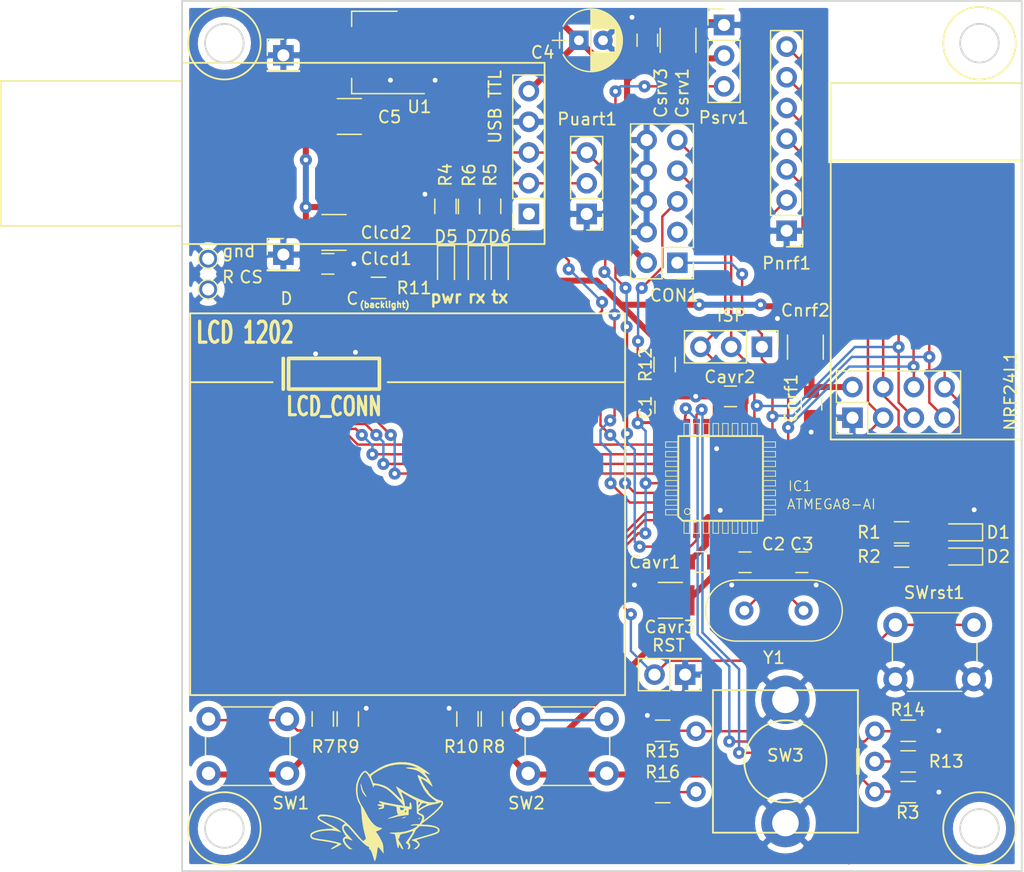
<source format=kicad_pcb>
(kicad_pcb (version 20171130) (host pcbnew "(5.1.8)-1")
  (layers (0 F.Cu signal) (31 B.Cu signal) (34 B.Paste user) (35 F.Paste user) (36 B.SilkS user) (37 F.SilkS user) (38 B.Mask user hide) (39 F.Mask user) (44 Edge.Cuts user))
  (net 0 "")
  (net 1 /3v3)
  (net 2 /xtal1)
  (net 3 /xtal2)
  (net 4 "Net-(D1-Pad2)")
  (net 5 "Net-(D2-Pad2)")
  (net 6 /ce)
  (net 7 /sck)
  (net 8 /miso)
  (net 9 /irq)
  (net 10 /mosi)
  (net 11 /csn)
  (net 12 "Net-(IC1-Pad1)")
  (net 13 "Net-(IC1-Pad2)")
  (net 14 "Net-(IC1-Pad10)")
  (net 15 "Net-(IC1-Pad11)")
  (net 16 /lcd_rst)
  (net 17 /lcd_cs)
  (net 18 /lcd_sda)
  (net 19 /lcd_clk)
  (net 20 /reset)
  (net 21 /tx_usb)
  (net 22 /rx_usb)
  (net 23 /5v)
  (net 24 "Net-(IC1-Pad32)")
  (net 25 /lcd_backlight)
  (net 26 "Net-(R7-Pad1)")
  (net 27 "Net-(R10-Pad2)")
  (net 28 GNDPWR)
  (net 29 "Net-(D6-Pad1)")
  (net 30 "Net-(D7-Pad1)")
  (net 31 "Net-(D5-Pad1)")
  (net 32 "Net-(CON1-Pad3)")
  (net 33 "Net-(IC1-Pad24)")
  (net 34 "Net-(IC1-Pad23)")
  (net 35 "Net-(IC1-Pad22)")
  (net 36 "Net-(IC1-Pad20)")
  (net 37 "Net-(IC1-Pad19)")
  (net 38 /enc_btn)
  (net 39 "Net-(P4-Pad1)")
  (net 40 "Net-(P5-Pad1)")
  (net 41 "Net-(P5-Pad12)")
  (net 42 "Net-(R13-Pad2)")
  (net 43 "Net-(R16-Pad2)")
  (module lcd_n1202:SIL-12 (layer F.Cu) (at 115.824 76.19659)
    (fp_text reference "LCD 1202" (at -9.652 -3.4) (layer F.SilkS) (effects (font (size 1.72974 1.08712) (thickness 0.27178)) (justify left)))
    (fp_text value LCD_CONN (at 1.905 2.7) (layer F.SilkS) (effects (font (size 1.524 1.016) (thickness 0.3048))))
    (pad 1 connect rect (at -1.395 0 180) (size 0.3 2) (layers F.Cu F.Mask) (net 40 "Net-(P5-Pad1)") (clearance 0.15))
    (pad 2 connect rect (at -0.795 0 180) (size 0.3 2) (layers F.Cu F.Mask) (net 16 /lcd_rst) (clearance 0.15))
    (pad 3 connect rect (at -0.195 0 180) (size 0.3 2) (layers F.Cu F.Mask) (net 17 /lcd_cs) (clearance 0.15))
    (pad 4 connect rect (at 0.405 0 180) (size 0.3 2) (layers F.Cu F.Mask) (net 28 GNDPWR) (clearance 0.15))
    (pad 5 connect rect (at 1.005 0 180) (size 0.3 2) (layers F.Cu F.Mask) (net 18 /lcd_sda) (clearance 0.15))
    (pad 6 connect rect (at 1.605 0 180) (size 0.3 2) (layers F.Cu F.Mask) (net 19 /lcd_clk) (clearance 0.15))
    (pad 7 connect rect (at 2.205 0 180) (size 0.3 2) (layers F.Cu F.Mask) (net 1 /3v3) (clearance 0.15))
    (pad 8 connect rect (at 2.805 0 180) (size 0.3 2) (layers F.Cu F.Mask) (net 1 /3v3) (clearance 0.15))
    (pad 9 connect rect (at 3.405 0 180) (size 0.3 2) (layers F.Cu F.Mask) (net 28 GNDPWR) (clearance 0.15))
    (pad 10 connect rect (at 4.005 0 180) (size 0.3 2) (layers F.Cu F.Mask) (net 28 GNDPWR) (clearance 0.15))
    (pad 11 connect rect (at 4.605 0 180) (size 0.3 2) (layers F.Cu F.Mask) (net 25 /lcd_backlight) (clearance 0.15))
    (pad 12 connect rect (at 5.205 0 180) (size 0.3 2) (layers F.Cu F.Mask) (net 41 "Net-(P5-Pad12)") (clearance 0.15))
  )
  (module Pin_Headers:Pin_Header_Straight_2x05_Pitch2.54mm (layer F.Cu) (at 146.146 67.01059 180)
    (fp_text reference CON1 (at 0.246 -2.7) (layer F.SilkS))
    (fp_text value AVR-JTAG-10)
    (pad 10 thru_hole oval (at 2.54 10.16 180) (size 1.7 1.7) (drill 1) (layers *.Cu *.Mask) (net 28 GNDPWR))
    (pad 9 thru_hole oval (at 0 10.16 180) (size 1.7 1.7) (drill 1) (layers *.Cu *.Mask) (net 8 /miso))
    (pad 8 thru_hole oval (at 2.54 7.62 180) (size 1.7 1.7) (drill 1) (layers *.Cu *.Mask) (net 28 GNDPWR))
    (pad 7 thru_hole oval (at 0 7.62 180) (size 1.7 1.7) (drill 1) (layers *.Cu *.Mask) (net 7 /sck))
    (pad 6 thru_hole oval (at 2.54 5.08 180) (size 1.7 1.7) (drill 1) (layers *.Cu *.Mask) (net 28 GNDPWR))
    (pad 5 thru_hole oval (at 0 5.08 180) (size 1.7 1.7) (drill 1) (layers *.Cu *.Mask) (net 20 /reset))
    (pad 4 thru_hole oval (at 2.54 2.54 180) (size 1.7 1.7) (drill 1) (layers *.Cu *.Mask) (net 28 GNDPWR))
    (pad 3 thru_hole oval (at 0 2.54 180) (size 1.7 1.7) (drill 1) (layers *.Cu *.Mask) (net 32 "Net-(CON1-Pad3)"))
    (pad 2 thru_hole oval (at 2.54 0 180) (size 1.7 1.7) (drill 1) (layers *.Cu *.Mask) (net 23 /5v))
    (pad 1 thru_hole rect (at 0 0 180) (size 1.7 1.7) (drill 1) (layers *.Cu *.Mask) (net 10 /mosi))
  )
  (module Connect:PINTST (layer F.Cu) (at 107.315 69.215)
    (fp_text reference gnd (at 2.54 -3.175 180) (layer F.SilkS))
    (fp_text value PINTST)
    (pad 1 thru_hole circle (at 0 0) (size 1.7 1.7) (drill 1) (layers *.Cu *.Mask) (net 28 GNDPWR))
  )
  (module Connect:PINTST (layer F.Cu) (at 107.315 66.675)
    (fp_text reference REF** hide)
    (fp_text value PINTST)
    (pad 1 thru_hole circle (at 0 0) (size 1.7 1.7) (drill 1) (layers *.Cu *.Mask) (net 28 GNDPWR))
  )
  (module Measurement_Points:Measurement_Point_Round-SMD-Pad_Small (layer F.Cu) (at 109.855 69.85)
    (fp_text reference R (at -0.889 -1.651) (layer F.SilkS))
    (fp_text value Measurement_Point_Round-SMD-Pad_Small)
    (pad 1 smd circle (at 0 0) (size 1.5 1.5) (layers F.Cu F.Mask) (net 16 /lcd_rst))
  )
  (module Measurement_Points:Measurement_Point_Round-SMD-Pad_Small (layer F.Cu) (at 112.014 69.85)
    (fp_text reference CS (at -1.143 -1.651) (layer F.SilkS))
    (fp_text value Measurement_Point_Round-SMD-Pad_Small)
    (pad 1 smd circle (at 0 0) (size 1.5 1.5) (layers F.Cu F.Mask) (net 17 /lcd_cs))
  )
  (module Measurement_Points:Measurement_Point_Round-SMD-Pad_Small (layer F.Cu) (at 115.443 69.977)
    (fp_text reference D (at -1.651 0) (layer F.SilkS))
    (fp_text value Measurement_Point_Round-SMD-Pad_Small)
    (pad 1 smd circle (at 0 0) (size 1.5 1.5) (layers F.Cu F.Mask) (net 18 /lcd_sda))
  )
  (module Measurement_Points:Measurement_Point_Round-SMD-Pad_Small (layer F.Cu) (at 117.602 69.977)
    (fp_text reference C (at 1.651 0) (layer F.SilkS))
    (fp_text value Measurement_Point_Round-SMD-Pad_Small)
    (pad 1 smd circle (at 0 0) (size 1.5 1.5) (layers F.Cu F.Mask) (net 19 /lcd_clk))
  )
  (module "hw:RD keeper" (layer F.Cu) (at 120.806 114.63559)
    (fp_text reference G*** hide)
    (fp_text value LOGO hide)
  )
  (module misc:encoder (layer F.Cu) (at 155.096 108.28559 180)
    (fp_text reference SW3 (at 0 0.5) (layer F.SilkS))
    (fp_text value Rotary_Encoder_Switch)
    (pad A thru_hole circle (at -7.4 -2.5 180) (size 1.6 1.6) (drill 0.9) (layers *.Cu *.Mask) (net 34 "Net-(IC1-Pad23)"))
    (pad C thru_hole circle (at -7.4 0 180) (size 1.6 1.6) (drill 0.9) (layers *.Cu *.Mask) (net 42 "Net-(R13-Pad2)"))
    (pad B thru_hole circle (at -7.4 2.5 180) (size 1.6 1.6) (drill 0.9) (layers *.Cu *.Mask) (net 33 "Net-(IC1-Pad24)"))
    (pad S2 thru_hole circle (at 7.4 2.5 180) (size 1.6 1.6) (drill 0.9) (layers *.Cu *.Mask) (net 38 /enc_btn))
    (pad S1 thru_hole circle (at 7.4 -2.5 180) (size 1.6 1.6) (drill 0.9) (layers *.Cu *.Mask) (net 43 "Net-(R16-Pad2)"))
    (pad 6 thru_hole circle (at 0 -5.1 180) (size 4 4) (drill 2.2) (layers *.Cu *.Mask) (net 28 GNDPWR))
    (pad 6 thru_hole circle (at 0 5.1 180) (size 4 4) (drill 2.2) (layers *.Cu *.Mask) (net 28 GNDPWR))
  )
  (module Pin_Headers:Pin_Header_Straight_2x04_Pitch2.54mm (layer F.Cu) (at 160.646 79.83759 90)
    (fp_text reference NRF24L1 (at 2.21959 13.1 90) (layer F.SilkS))
    (fp_text value NRF24L01)
    (pad 1 thru_hole rect (at 0 0 90) (size 1.7 1.7) (drill 1) (layers *.Cu *.Mask) (net 28 GNDPWR))
    (pad 2 thru_hole oval (at 0 2.54 90) (size 1.7 1.7) (drill 1) (layers *.Cu *.Mask) (net 6 /ce))
    (pad 3 thru_hole oval (at 0 5.08 90) (size 1.7 1.7) (drill 1) (layers *.Cu *.Mask) (net 7 /sck))
    (pad 4 thru_hole oval (at 0 7.62 90) (size 1.7 1.7) (drill 1) (layers *.Cu *.Mask) (net 8 /miso))
    (pad 5 thru_hole oval (at 2.54 7.62 90) (size 1.7 1.7) (drill 1) (layers *.Cu *.Mask) (net 9 /irq))
    (pad 6 thru_hole oval (at 2.54 5.08 90) (size 1.7 1.7) (drill 1) (layers *.Cu *.Mask) (net 10 /mosi))
    (pad 7 thru_hole oval (at 2.54 2.54 90) (size 1.7 1.7) (drill 1) (layers *.Cu *.Mask) (net 11 /csn))
    (pad 8 thru_hole oval (at 2.54 0 90) (size 1.7 1.7) (drill 1) (layers *.Cu *.Mask) (net 1 /3v3))
  )
  (module Resistors_SMD:R_0805 (layer F.Cu) (at 130.8 104.775 90)
    (fp_text reference R8 (at -2.286 0.137 180) (layer F.SilkS))
    (fp_text value 150)
    (pad 2 smd rect (at 0.95 0 90) (size 0.7 1.3) (layers F.Cu F.Paste F.Mask) (net 12 "Net-(IC1-Pad1)"))
    (pad 1 smd rect (at -0.95 0 90) (size 0.7 1.3) (layers F.Cu F.Paste F.Mask) (net 27 "Net-(R10-Pad2)"))
  )
  (module Capacitors_SMD:C_1210 (layer F.Cu) (at 146.206 48.59559 90)
    (fp_text reference Csrv1 (at -4.36341 0.352 90) (layer F.SilkS))
    (fp_text value 10u)
    (pad 2 smd rect (at 1.5 0 90) (size 1 2.5) (layers F.Cu F.Paste F.Mask) (net 28 GNDPWR))
    (pad 1 smd rect (at -1.5 0 90) (size 1 2.5) (layers F.Cu F.Paste F.Mask) (net 23 /5v))
  )
  (module Capacitors_SMD:C_0805 (layer F.Cu) (at 143.666 48.59559 90)
    (fp_text reference Csrv3 (at -4.36341 1.114 90) (layer F.SilkS))
    (fp_text value 100n)
    (pad 2 smd rect (at 1 0 90) (size 1 1.25) (layers F.Cu F.Paste F.Mask) (net 28 GNDPWR))
    (pad 1 smd rect (at -1 0 90) (size 1 1.25) (layers F.Cu F.Paste F.Mask) (net 23 /5v))
  )
  (module Capacitors_SMD:C_1210 (layer F.Cu) (at 156.747 73.99559 90)
    (fp_text reference Cnrf2 (at 3.048 0 180) (layer F.SilkS))
    (fp_text value 10u)
    (pad 1 smd rect (at -1.5 0 90) (size 1 2.5) (layers F.Cu F.Paste F.Mask) (net 1 /3v3))
    (pad 2 smd rect (at 1.5 0 90) (size 1 2.5) (layers F.Cu F.Paste F.Mask) (net 28 GNDPWR))
  )
  (module Crystals:Crystal_HC18-U_Vertical (layer F.Cu) (at 151.7 95.8)
    (fp_text reference Y1 (at 2.45 3.9) (layer F.SilkS))
    (fp_text value 16M)
    (pad 1 thru_hole circle (at 0 0) (size 1.5 1.5) (drill 0.8) (layers *.Cu *.Mask) (net 2 /xtal1))
    (pad 2 thru_hole circle (at 4.9 0) (size 1.5 1.5) (drill 0.8) (layers *.Cu *.Mask) (net 3 /xtal2))
  )
  (module atmega8:atmega8-TQFP32-08 (layer F.Cu) (at 149.728 84.85959 90)
    (fp_text reference IC1 (at -0.64041 6.572 180) (layer F.SilkS) (effects (font (size 0.8128 0.8128) (thickness 0.0889))))
    (fp_text value ATMEGA8-AI (at -2.14041 9.172 180) (layer F.SilkS) (effects (font (size 0.8128 0.8128) (thickness 0.0889))))
    (pad 32 smd rect (at -2.79908 -4.2926 90) (size 0.5588 1.27) (layers F.Cu F.Paste F.Mask) (net 24 "Net-(IC1-Pad32)"))
    (pad 31 smd rect (at -1.99898 -4.2926 90) (size 0.5588 1.27) (layers F.Cu F.Paste F.Mask) (net 22 /rx_usb))
    (pad 30 smd rect (at -1.19888 -4.2926 90) (size 0.5588 1.27) (layers F.Cu F.Paste F.Mask) (net 21 /tx_usb))
    (pad 29 smd rect (at -0.39878 -4.2926 90) (size 0.5588 1.27) (layers F.Cu F.Paste F.Mask) (net 20 /reset))
    (pad 28 smd rect (at 0.39878 -4.2926 90) (size 0.5588 1.27) (layers F.Cu F.Paste F.Mask) (net 19 /lcd_clk))
    (pad 27 smd rect (at 1.19888 -4.2926 90) (size 0.5588 1.27) (layers F.Cu F.Paste F.Mask) (net 18 /lcd_sda))
    (pad 26 smd rect (at 1.99898 -4.2926 90) (size 0.5588 1.27) (layers F.Cu F.Paste F.Mask) (net 17 /lcd_cs))
    (pad 25 smd rect (at 2.79908 -4.2926 90) (size 0.5588 1.27) (layers F.Cu F.Paste F.Mask) (net 16 /lcd_rst))
    (pad 24 smd rect (at 4.2926 -2.79908 90) (size 1.27 0.5588) (layers F.Cu F.Paste F.Mask) (net 33 "Net-(IC1-Pad24)"))
    (pad 23 smd rect (at 4.2926 -1.99898 90) (size 1.27 0.5588) (layers F.Cu F.Paste F.Mask) (net 34 "Net-(IC1-Pad23)"))
    (pad 22 smd rect (at 4.2926 -1.19888 90) (size 1.27 0.5588) (layers F.Cu F.Paste F.Mask) (net 35 "Net-(IC1-Pad22)"))
    (pad 21 smd rect (at 4.2926 -0.39878 90) (size 1.27 0.5588) (layers F.Cu F.Paste F.Mask) (net 28 GNDPWR))
    (pad 20 smd rect (at 4.2926 0.39878 90) (size 1.27 0.5588) (layers F.Cu F.Paste F.Mask) (net 36 "Net-(IC1-Pad20)"))
    (pad 19 smd rect (at 4.2926 1.19888 90) (size 1.27 0.5588) (layers F.Cu F.Paste F.Mask) (net 37 "Net-(IC1-Pad19)"))
    (pad 18 smd rect (at 4.2926 1.99898 90) (size 1.27 0.5588) (layers F.Cu F.Paste F.Mask) (net 1 /3v3))
    (pad 17 smd rect (at 4.2926 2.79908 90) (size 1.27 0.5588) (layers F.Cu F.Paste F.Mask) (net 7 /sck))
    (pad 16 smd rect (at 2.79908 4.2926 90) (size 0.5588 1.27) (layers F.Cu F.Paste F.Mask) (net 8 /miso))
    (pad 15 smd rect (at 1.99898 4.2926 90) (size 0.5588 1.27) (layers F.Cu F.Paste F.Mask) (net 10 /mosi))
    (pad 14 smd rect (at 1.19888 4.2926 90) (size 0.5588 1.27) (layers F.Cu F.Paste F.Mask) (net 6 /ce))
    (pad 13 smd rect (at 0.39878 4.2926 90) (size 0.5588 1.27) (layers F.Cu F.Paste F.Mask) (net 11 /csn))
    (pad 12 smd rect (at -0.39878 4.2926 90) (size 0.5588 1.27) (layers F.Cu F.Paste F.Mask) (net 9 /irq))
    (pad 11 smd rect (at -1.19888 4.2926 90) (size 0.5588 1.27) (layers F.Cu F.Paste F.Mask) (net 15 "Net-(IC1-Pad11)"))
    (pad 10 smd rect (at -1.99898 4.2926 90) (size 0.5588 1.27) (layers F.Cu F.Paste F.Mask) (net 14 "Net-(IC1-Pad10)"))
    (pad 9 smd rect (at -2.79908 4.2926 90) (size 0.5588 1.27) (layers F.Cu F.Paste F.Mask) (net 38 /enc_btn))
    (pad 8 smd rect (at -4.2926 2.79908 90) (size 1.27 0.5588) (layers F.Cu F.Paste F.Mask) (net 3 /xtal2))
    (pad 7 smd rect (at -4.2926 1.99898 90) (size 1.27 0.5588) (layers F.Cu F.Paste F.Mask) (net 2 /xtal1))
    (pad 6 smd rect (at -4.2926 1.19888 90) (size 1.27 0.5588) (layers F.Cu F.Paste F.Mask) (net 1 /3v3))
    (pad 5 smd rect (at -4.2926 0.39878 90) (size 1.27 0.5588) (layers F.Cu F.Paste F.Mask) (net 28 GNDPWR))
    (pad 4 smd rect (at -4.2926 -0.39878 90) (size 1.27 0.5588) (layers F.Cu F.Paste F.Mask) (net 1 /3v3))
    (pad 3 smd rect (at -4.2926 -1.19888 90) (size 1.27 0.5588) (layers F.Cu F.Paste F.Mask) (net 28 GNDPWR))
    (pad 2 smd rect (at -4.2926 -1.99898 90) (size 1.27 0.5588) (layers F.Cu F.Paste F.Mask) (net 13 "Net-(IC1-Pad2)"))
    (pad 1 smd rect (at -4.2926 -2.79908 90) (size 1.27 0.5588) (layers F.Cu F.Paste F.Mask) (net 12 "Net-(IC1-Pad1)"))
  )
  (module Pin_Headers:Pin_Header_Straight_1x05_Pitch2.54mm (layer F.Cu) (at 133.858 62.86159 180)
    (fp_text reference "USB TTL" (at 2.794 8.75959 270) (layer F.SilkS))
    (fp_text value USBTTL)
    (pad 1 thru_hole rect (at 0 -0.1 180) (size 1.7 1.7) (drill 1) (layers *.Cu *.Mask) (net 39 "Net-(P4-Pad1)"))
    (pad 2 thru_hole oval (at 0 2.44 180) (size 1.7 1.7) (drill 1) (layers *.Cu *.Mask) (net 21 /tx_usb))
    (pad 3 thru_hole oval (at 0 4.98 180) (size 1.7 1.7) (drill 1) (layers *.Cu *.Mask) (net 22 /rx_usb))
    (pad 4 thru_hole oval (at 0 7.52 180) (size 1.7 1.7) (drill 1) (layers *.Cu *.Mask) (net 28 GNDPWR))
    (pad 5 thru_hole oval (at 0 10.06 180) (size 1.7 1.7) (drill 1) (layers *.Cu *.Mask) (net 23 /5v))
  )
  (module Pin_Headers:Pin_Header_Straight_1x03_Pitch2.54mm (layer F.Cu) (at 153.146 73.96959 270)
    (fp_text reference ISP (at -2.59559 2.524 180) (layer F.SilkS))
    (fp_text value CONN_01X03)
    (pad 1 thru_hole rect (at 0 0 270) (size 1.7 1.7) (drill 1) (layers *.Cu *.Mask) (net 10 /mosi))
    (pad 2 thru_hole oval (at 0 2.54 270) (size 1.7 1.7) (drill 1) (layers *.Cu *.Mask) (net 8 /miso))
    (pad 3 thru_hole oval (at 0 5.08 270) (size 1.7 1.7) (drill 1) (layers *.Cu *.Mask) (net 7 /sck))
  )
  (module Pin_Headers:Pin_Header_Straight_2x01_Pitch2.54mm (layer F.Cu) (at 146.8 101.1 180)
    (fp_text reference RST (at 1.385 2.421) (layer F.SilkS))
    (fp_text value CONN_01X02)
    (pad 1 thru_hole rect (at 0 0 180) (size 1.7 1.7) (drill 1) (layers *.Cu *.Mask) (net 28 GNDPWR))
    (pad 2 thru_hole oval (at 2.54 0 180) (size 1.7 1.7) (drill 1) (layers *.Cu *.Mask) (net 20 /reset))
  )
  (module Pin_Headers:Pin_Header_Straight_1x03_Pitch2.54mm (layer F.Cu) (at 150.016 47.32559)
    (fp_text reference Psrv1 (at -0.029 7.66541) (layer F.SilkS))
    (fp_text value CONN_srv)
    (pad 3 thru_hole oval (at 0 5.08) (size 1.7 1.7) (drill 1) (layers *.Cu *.Mask) (net 13 "Net-(IC1-Pad2)"))
    (pad 2 thru_hole oval (at 0 2.54) (size 1.7 1.7) (drill 1) (layers *.Cu *.Mask) (net 23 /5v))
    (pad 1 thru_hole rect (at 0 0) (size 1.7 1.7) (drill 1) (layers *.Cu *.Mask) (net 28 GNDPWR))
  )
  (module Pin_Headers:Pin_Header_Straight_1x07_Pitch2.54mm (layer F.Cu) (at 155.196 64.35959 180)
    (fp_text reference Pnrf1 (at 0.002 -2.69641) (layer F.SilkS))
    (fp_text value nrf_test)
    (pad 7 thru_hole oval (at 0 15.24 180) (size 1.7 1.7) (drill 1) (layers *.Cu *.Mask) (net 9 /irq))
    (pad 6 thru_hole oval (at 0 12.7 180) (size 1.7 1.7) (drill 1) (layers *.Cu *.Mask) (net 8 /miso))
    (pad 5 thru_hole oval (at 0 10.16 180) (size 1.7 1.7) (drill 1) (layers *.Cu *.Mask) (net 10 /mosi))
    (pad 4 thru_hole oval (at 0 7.62 180) (size 1.7 1.7) (drill 1) (layers *.Cu *.Mask) (net 7 /sck))
    (pad 3 thru_hole oval (at 0 5.08 180) (size 1.7 1.7) (drill 1) (layers *.Cu *.Mask) (net 11 /csn))
    (pad 2 thru_hole oval (at 0 2.54 180) (size 1.7 1.7) (drill 1) (layers *.Cu *.Mask) (net 6 /ce))
    (pad 1 thru_hole rect (at 0 0 180) (size 1.7 1.7) (drill 1) (layers *.Cu *.Mask) (net 28 GNDPWR))
  )
  (module Pin_Headers:Pin_Header_Straight_1x03_Pitch2.54mm (layer F.Cu) (at 138.646 62.96959 180)
    (fp_text reference Puart1 (at -0.038 7.85159) (layer F.SilkS))
    (fp_text value uart_test)
    (pad 1 thru_hole rect (at 0 0 180) (size 1.7 1.7) (drill 1) (layers *.Cu *.Mask) (net 28 GNDPWR))
    (pad 2 thru_hole oval (at 0 2.54 180) (size 1.7 1.7) (drill 1) (layers *.Cu *.Mask) (net 21 /tx_usb))
    (pad 3 thru_hole oval (at 0 5.08 180) (size 1.7 1.7) (drill 1) (layers *.Cu *.Mask) (net 22 /rx_usb))
  )
  (module Buttons_Switches_ThroughHole:SW_PUSH_6mm_h4.3mm (layer F.Cu) (at 107.346 104.775)
    (fp_text reference SW1 (at 6.81 6.966) (layer F.SilkS))
    (fp_text value SW_Push)
    (pad 2 thru_hole circle (at 0 4.5 90) (size 2 2) (drill 1.1) (layers *.Cu *.Mask) (net 1 /3v3))
    (pad 1 thru_hole circle (at 0 0 90) (size 2 2) (drill 1.1) (layers *.Cu *.Mask) (net 26 "Net-(R7-Pad1)"))
    (pad 2 thru_hole circle (at 6.5 4.5 90) (size 2 2) (drill 1.1) (layers *.Cu *.Mask) (net 1 /3v3))
    (pad 1 thru_hole circle (at 6.5 0 90) (size 2 2) (drill 1.1) (layers *.Cu *.Mask) (net 26 "Net-(R7-Pad1)"))
  )
  (module Buttons_Switches_ThroughHole:SW_PUSH_6mm_h4.3mm (layer F.Cu) (at 133.8 104.775)
    (fp_text reference SW2 (at -0.144 6.966) (layer F.SilkS))
    (fp_text value SW_Push)
    (pad 1 thru_hole circle (at 6.5 0 90) (size 2 2) (drill 1.1) (layers *.Cu *.Mask) (net 27 "Net-(R10-Pad2)"))
    (pad 2 thru_hole circle (at 6.5 4.5 90) (size 2 2) (drill 1.1) (layers *.Cu *.Mask) (net 1 /3v3))
    (pad 1 thru_hole circle (at 0 0 90) (size 2 2) (drill 1.1) (layers *.Cu *.Mask) (net 27 "Net-(R10-Pad2)"))
    (pad 2 thru_hole circle (at 0 4.5 90) (size 2 2) (drill 1.1) (layers *.Cu *.Mask) (net 1 /3v3))
  )
  (module Buttons_Switches_ThroughHole:SW_PUSH_6mm_h4.3mm (layer F.Cu) (at 164.2 96.98259)
    (fp_text reference SWrst1 (at 3.215 -2.667) (layer F.SilkS))
    (fp_text value SW_Push)
    (pad 1 thru_hole circle (at 6.5 0 90) (size 2 2) (drill 1.1) (layers *.Cu *.Mask) (net 20 /reset))
    (pad 2 thru_hole circle (at 6.5 4.5 90) (size 2 2) (drill 1.1) (layers *.Cu *.Mask) (net 28 GNDPWR))
    (pad 1 thru_hole circle (at 0 0 90) (size 2 2) (drill 1.1) (layers *.Cu *.Mask) (net 20 /reset))
    (pad 2 thru_hole circle (at 0 4.5 90) (size 2 2) (drill 1.1) (layers *.Cu *.Mask) (net 28 GNDPWR))
  )
  (module Capacitors_SMD:C_1210 (layer F.Cu) (at 145.571 94.95059 180)
    (fp_text reference Cavr3 (at 0.029 -2.20441) (layer F.SilkS))
    (fp_text value 10u)
    (pad 2 smd rect (at 1.5 0 180) (size 1 2.5) (layers F.Cu F.Paste F.Mask) (net 28 GNDPWR))
    (pad 1 smd rect (at -1.5 0 180) (size 1 2.5) (layers F.Cu F.Paste F.Mask) (net 1 /3v3))
  )
  (module Capacitors_SMD:C_1210 (layer F.Cu) (at 117.729 64.5)
    (fp_text reference Clcd2 (at 4.318 0.016) (layer F.SilkS))
    (fp_text value 10u)
    (pad 1 smd rect (at -1.5 0) (size 1 2.5) (layers F.Cu F.Paste F.Mask) (net 1 /3v3))
    (pad 2 smd rect (at 1.5 0) (size 1 2.5) (layers F.Cu F.Paste F.Mask) (net 28 GNDPWR))
  )
  (module Resistors_SMD:R_0805 (layer F.Cu) (at 145.1 75.438 270)
    (fp_text reference R12 (at 0 1.59 90) (layer F.SilkS))
    (fp_text value 47k)
    (pad 2 smd rect (at 0.95 0 270) (size 0.7 1.3) (layers F.Cu F.Paste F.Mask) (net 20 /reset))
    (pad 1 smd rect (at -0.95 0 270) (size 0.7 1.3) (layers F.Cu F.Paste F.Mask) (net 1 /3v3))
  )
  (module TO_SOT_Packages_SMD:SOT-223-3_TabPin2 (layer F.Cu) (at 121.1 49.6 180)
    (fp_text reference U1 (at -3.7 -4.5) (layer F.SilkS))
    (fp_text value AMS1117-3.3)
    (pad 1 smd rect (at -3.15 -2.3 180) (size 2 1.5) (layers F.Cu F.Paste F.Mask) (net 28 GNDPWR))
    (pad 3 smd rect (at -3.15 2.3 180) (size 2 1.5) (layers F.Cu F.Paste F.Mask) (net 23 /5v))
    (pad 2 smd rect (at -3.15 0 180) (size 2 1.5) (layers F.Cu F.Paste F.Mask) (net 1 /3v3))
    (pad 2 smd rect (at 3.15 0 180) (size 2 3.8) (layers F.Cu F.Paste F.Mask) (net 1 /3v3))
  )
  (module Capacitors_SMD:C_0805 (layer F.Cu) (at 145.146 78.96959 90)
    (fp_text reference C1 (at 0 -1.636 90) (layer F.SilkS))
    (fp_text value 100n)
    (pad 1 smd rect (at -1 0 90) (size 1 1.25) (layers F.Cu F.Paste F.Mask) (net 20 /reset))
    (pad 2 smd rect (at 1 0 90) (size 1 1.25) (layers F.Cu F.Paste F.Mask) (net 28 GNDPWR))
  )
  (module Capacitors_SMD:C_0805 (layer F.Cu) (at 151.75 91.8 180)
    (fp_text reference C2 (at -2.35 1.5) (layer F.SilkS))
    (fp_text value 22p)
    (pad 2 smd rect (at 1 0 180) (size 1 1.25) (layers F.Cu F.Paste F.Mask) (net 28 GNDPWR))
    (pad 1 smd rect (at -1 0 180) (size 1 1.25) (layers F.Cu F.Paste F.Mask) (net 2 /xtal1))
  )
  (module Capacitors_SMD:C_0805 (layer F.Cu) (at 156.45 91.8)
    (fp_text reference C3 (at 0 -1.5) (layer F.SilkS))
    (fp_text value 22p)
    (pad 1 smd rect (at -1 0) (size 1 1.25) (layers F.Cu F.Paste F.Mask) (net 3 /xtal2))
    (pad 2 smd rect (at 1 0) (size 1 1.25) (layers F.Cu F.Paste F.Mask) (net 28 GNDPWR))
  )
  (module Capacitors_ThroughHole:CP_Radial_D5.0mm_P2.00mm (layer F.Cu) (at 138 48.6)
    (fp_text reference C4 (at -3 1) (layer F.SilkS))
    (fp_text value 10u)
    (pad 2 thru_hole circle (at 2 0) (size 1.6 1.6) (drill 0.8) (layers *.Cu *.Mask) (net 28 GNDPWR))
    (pad 1 thru_hole rect (at 0 0) (size 1.6 1.6) (drill 0.8) (layers *.Cu *.Mask) (net 23 /5v))
  )
  (module Capacitors_SMD:C_1210 (layer F.Cu) (at 119 54.9)
    (fp_text reference C5 (at 3.33 0.04559) (layer F.SilkS))
    (fp_text value 10u)
    (pad 2 smd rect (at 1.5 0) (size 1 2.5) (layers F.Cu F.Paste F.Mask) (net 28 GNDPWR))
    (pad 1 smd rect (at -1.5 0) (size 1 2.5) (layers F.Cu F.Paste F.Mask) (net 1 /3v3))
  )
  (module Capacitors_SMD:C_0805 (layer F.Cu) (at 148.111 91.77559 180)
    (fp_text reference Cavr1 (at 3.839 -0.01859) (layer F.SilkS))
    (fp_text value 100n)
    (pad 2 smd rect (at 1 0 180) (size 1 1.25) (layers F.Cu F.Paste F.Mask) (net 28 GNDPWR))
    (pad 1 smd rect (at -1 0 180) (size 1 1.25) (layers F.Cu F.Paste F.Mask) (net 1 /3v3))
  )
  (module Capacitors_SMD:C_0805 (layer F.Cu) (at 150.546 78.06959 180)
    (fp_text reference Cavr2 (at 0.051 1.61559) (layer F.SilkS))
    (fp_text value 100n)
    (pad 1 smd rect (at -1 0 180) (size 1 1.25) (layers F.Cu F.Paste F.Mask) (net 1 /3v3))
    (pad 2 smd rect (at 1 0 180) (size 1 1.25) (layers F.Cu F.Paste F.Mask) (net 28 GNDPWR))
  )
  (module Capacitors_SMD:C_0805 (layer F.Cu) (at 117.221 67.1 180)
    (fp_text reference Clcd1 (at -4.826 0.425) (layer F.SilkS))
    (fp_text value 100n)
    (pad 1 smd rect (at -1 0 180) (size 1 1.25) (layers F.Cu F.Paste F.Mask) (net 28 GNDPWR))
    (pad 2 smd rect (at 1 0 180) (size 1 1.25) (layers F.Cu F.Paste F.Mask) (net 1 /3v3))
  )
  (module Capacitors_SMD:C_0805 (layer F.Cu) (at 157.255 78.69459 90)
    (fp_text reference Cnrf1 (at 0.46259 -1.68 270) (layer F.SilkS))
    (fp_text value 100n)
    (pad 2 smd rect (at 1 0 90) (size 1 1.25) (layers F.Cu F.Paste F.Mask) (net 1 /3v3))
    (pad 1 smd rect (at -1 0 90) (size 1 1.25) (layers F.Cu F.Paste F.Mask) (net 28 GNDPWR))
  )
  (module LEDs:LED_0805 (layer F.Cu) (at 169.61159 89.32559 180)
    (fp_text reference D1 (at -3.1 0) (layer F.SilkS))
    (fp_text value LED)
    (pad 1 smd rect (at -1.1 0) (size 1.2 1.2) (layers F.Cu F.Paste F.Mask) (net 28 GNDPWR))
    (pad 2 smd rect (at 1.1 0) (size 1.2 1.2) (layers F.Cu F.Paste F.Mask) (net 4 "Net-(D1-Pad2)"))
  )
  (module LEDs:LED_0805 (layer F.Cu) (at 169.61159 91.32559 180)
    (fp_text reference D2 (at -3.1 0) (layer F.SilkS))
    (fp_text value LED)
    (pad 2 smd rect (at 1.1 0) (size 1.2 1.2) (layers F.Cu F.Paste F.Mask) (net 5 "Net-(D2-Pad2)"))
    (pad 1 smd rect (at -1.1 0) (size 1.2 1.2) (layers F.Cu F.Paste F.Mask) (net 28 GNDPWR))
  )
  (module LEDs:LED_0805 (layer F.Cu) (at 127 67.39159 270)
    (fp_text reference D5 (at -2.54 0 180) (layer F.SilkS))
    (fp_text value LED)
    (pad 1 smd rect (at -1.1 0 90) (size 1.2 1.2) (layers F.Cu F.Paste F.Mask) (net 31 "Net-(D5-Pad1)"))
    (pad 2 smd rect (at 1.1 0 90) (size 1.2 1.2) (layers F.Cu F.Paste F.Mask) (net 1 /3v3))
  )
  (module LEDs:LED_0805 (layer F.Cu) (at 131.445 67.39159 270)
    (fp_text reference D6 (at -2.54 0 180) (layer F.SilkS))
    (fp_text value LED)
    (pad 1 smd rect (at -1.1 0 90) (size 1.2 1.2) (layers F.Cu F.Paste F.Mask) (net 29 "Net-(D6-Pad1)"))
    (pad 2 smd rect (at 1.1 0 90) (size 1.2 1.2) (layers F.Cu F.Paste F.Mask) (net 1 /3v3))
  )
  (module LEDs:LED_0805 (layer F.Cu) (at 129.54 67.39159 270)
    (fp_text reference D7 (at -2.54 -0.007 180) (layer F.SilkS))
    (fp_text value LED)
    (pad 2 smd rect (at 1.1 0 90) (size 1.2 1.2) (layers F.Cu F.Paste F.Mask) (net 1 /3v3))
    (pad 1 smd rect (at -1.1 0 90) (size 1.2 1.2) (layers F.Cu F.Paste F.Mask) (net 30 "Net-(D7-Pad1)"))
  )
  (module Resistors_SMD:R_0805 (layer F.Cu) (at 164.71159 89.32559)
    (fp_text reference R1 (at -2.7 0) (layer F.SilkS))
    (fp_text value R)
    (pad 1 smd rect (at -0.95 0) (size 0.7 1.3) (layers F.Cu F.Paste F.Mask) (net 15 "Net-(IC1-Pad11)"))
    (pad 2 smd rect (at 0.95 0) (size 0.7 1.3) (layers F.Cu F.Paste F.Mask) (net 4 "Net-(D1-Pad2)"))
  )
  (module Resistors_SMD:R_0805 (layer F.Cu) (at 164.71159 91.32559)
    (fp_text reference R2 (at -2.7 0) (layer F.SilkS))
    (fp_text value R)
    (pad 1 smd rect (at -0.95 0) (size 0.7 1.3) (layers F.Cu F.Paste F.Mask) (net 14 "Net-(IC1-Pad10)"))
    (pad 2 smd rect (at 0.95 0) (size 0.7 1.3) (layers F.Cu F.Paste F.Mask) (net 5 "Net-(D2-Pad2)"))
  )
  (module Resistors_SMD:R_0805 (layer F.Cu) (at 126.956 62.33559 90)
    (fp_text reference R4 (at 2.6 0 90) (layer F.SilkS))
    (fp_text value R)
    (pad 2 smd rect (at 0.95 0 90) (size 0.7 1.3) (layers F.Cu F.Paste F.Mask) (net 28 GNDPWR))
    (pad 1 smd rect (at -0.95 0 90) (size 0.7 1.3) (layers F.Cu F.Paste F.Mask) (net 31 "Net-(D5-Pad1)"))
  )
  (module Resistors_SMD:R_0805 (layer F.Cu) (at 130.656 62.33559 270)
    (fp_text reference R5 (at -2.6 0 90) (layer F.SilkS))
    (fp_text value R)
    (pad 1 smd rect (at -0.95 0 270) (size 0.7 1.3) (layers F.Cu F.Paste F.Mask) (net 21 /tx_usb))
    (pad 2 smd rect (at 0.95 0 270) (size 0.7 1.3) (layers F.Cu F.Paste F.Mask) (net 29 "Net-(D6-Pad1)"))
  )
  (module Resistors_SMD:R_0805 (layer F.Cu) (at 128.905 62.357 270)
    (fp_text reference R6 (at -2.6 0 90) (layer F.SilkS))
    (fp_text value R)
    (pad 2 smd rect (at 0.95 0 270) (size 0.7 1.3) (layers F.Cu F.Paste F.Mask) (net 30 "Net-(D7-Pad1)"))
    (pad 1 smd rect (at -0.95 0 270) (size 0.7 1.3) (layers F.Cu F.Paste F.Mask) (net 22 /rx_usb))
  )
  (module Resistors_SMD:R_0805 (layer F.Cu) (at 116.8 104.775 90)
    (fp_text reference R7 (at -2.286 0.04 180) (layer F.SilkS))
    (fp_text value 150)
    (pad 2 smd rect (at 0.95 0 90) (size 0.7 1.3) (layers F.Cu F.Paste F.Mask) (net 24 "Net-(IC1-Pad32)"))
    (pad 1 smd rect (at -0.95 0 90) (size 0.7 1.3) (layers F.Cu F.Paste F.Mask) (net 26 "Net-(R7-Pad1)"))
  )
  (module Resistors_SMD:R_0805 (layer F.Cu) (at 118.872 104.775 90)
    (fp_text reference R9 (at -2.286 0 180) (layer F.SilkS))
    (fp_text value 10k)
    (pad 1 smd rect (at -0.95 0 90) (size 0.7 1.3) (layers F.Cu F.Paste F.Mask) (net 26 "Net-(R7-Pad1)"))
    (pad 2 smd rect (at 0.95 0 90) (size 0.7 1.3) (layers F.Cu F.Paste F.Mask) (net 28 GNDPWR))
  )
  (module Resistors_SMD:R_0805 (layer F.Cu) (at 128.778 104.775 270)
    (fp_text reference R10 (at 2.286 0.508 180) (layer F.SilkS))
    (fp_text value 10k)
    (pad 1 smd rect (at -0.95 0 270) (size 0.7 1.3) (layers F.Cu F.Paste F.Mask) (net 28 GNDPWR))
    (pad 2 smd rect (at 0.95 0 270) (size 0.7 1.3) (layers F.Cu F.Paste F.Mask) (net 27 "Net-(R10-Pad2)"))
  )
  (module Resistors_SMD:R_0805 (layer F.Cu) (at 121.412 69.088 180)
    (fp_text reference R11 (at -2.948 -0.012) (layer F.SilkS))
    (fp_text value R)
    (pad 2 smd rect (at 0.95 0 180) (size 0.7 1.3) (layers F.Cu F.Paste F.Mask) (net 1 /3v3))
    (pad 1 smd rect (at -0.95 0 180) (size 0.7 1.3) (layers F.Cu F.Paste F.Mask) (net 25 /lcd_backlight))
  )
  (module Pin_Headers:Pin_Header_Straight_1x01_Pitch2.54mm (layer F.Cu) (at 113.538 49.83559)
    (fp_text reference P3 hide)
    (fp_text value CONN_01X01)
    (pad 1 thru_hole rect (at 0 0) (size 1.7 1.7) (drill 1) (layers *.Cu *.Mask) (net 28 GNDPWR))
  )
  (module Pin_Headers:Pin_Header_Straight_1x01_Pitch2.54mm (layer F.Cu) (at 113.538 66.33559)
    (fp_text reference P6 hide)
    (fp_text value CONN_01X01)
    (pad 1 thru_hole rect (at 0 0) (size 1.7 1.7) (drill 1) (layers *.Cu *.Mask) (net 28 GNDPWR))
  )
  (module Resistors_SMD:R_0805 (layer F.Cu) (at 165.256 110.82559)
    (fp_text reference R3 (at -0.029 1.69641) (layer F.SilkS))
    (fp_text value 10k)
    (pad 1 smd rect (at -0.95 0) (size 0.7 1.3) (layers F.Cu F.Paste F.Mask) (net 34 "Net-(IC1-Pad23)"))
    (pad 2 smd rect (at 0.95 0) (size 0.7 1.3) (layers F.Cu F.Paste F.Mask) (net 28 GNDPWR))
  )
  (module Resistors_SMD:R_0805 (layer F.Cu) (at 165.256 108.28559 180)
    (fp_text reference R13 (at -3.146 0) (layer F.SilkS))
    (fp_text value 511)
    (pad 2 smd rect (at 0.95 0 180) (size 0.7 1.3) (layers F.Cu F.Paste F.Mask) (net 42 "Net-(R13-Pad2)"))
    (pad 1 smd rect (at -0.95 0 180) (size 0.7 1.3) (layers F.Cu F.Paste F.Mask) (net 1 /3v3))
  )
  (module Resistors_SMD:R_0805 (layer F.Cu) (at 165.256 105.74559)
    (fp_text reference R14 (at -0.029 -1.73259) (layer F.SilkS))
    (fp_text value 10k)
    (pad 2 smd rect (at 0.95 0) (size 0.7 1.3) (layers F.Cu F.Paste F.Mask) (net 28 GNDPWR))
    (pad 1 smd rect (at -0.95 0) (size 0.7 1.3) (layers F.Cu F.Paste F.Mask) (net 33 "Net-(IC1-Pad24)"))
  )
  (module Resistors_SMD:R_0805 (layer F.Cu) (at 144.936 105.74559 180)
    (fp_text reference R15 (at 0.029 -1.69641) (layer F.SilkS))
    (fp_text value 10k)
    (pad 2 smd rect (at 0.95 0 180) (size 0.7 1.3) (layers F.Cu F.Paste F.Mask) (net 28 GNDPWR))
    (pad 1 smd rect (at -0.95 0 180) (size 0.7 1.3) (layers F.Cu F.Paste F.Mask) (net 38 /enc_btn))
  )
  (module Resistors_SMD:R_0805 (layer F.Cu) (at 144.936 110.82559)
    (fp_text reference R16 (at 0 -1.65) (layer F.SilkS))
    (fp_text value 511)
    (pad 1 smd rect (at -0.95 0) (size 0.7 1.3) (layers F.Cu F.Paste F.Mask) (net 1 /3v3))
    (pad 2 smd rect (at 0.95 0) (size 0.7 1.3) (layers F.Cu F.Paste F.Mask) (net 43 "Net-(R16-Pad2)"))
  )
  (gr_text "(backlight)" (at 121.92 70.485) (layer F.SilkS) (effects (font (size 0.5 0.5) (thickness 0.125))))
  (gr_circle (center 171.156 48.83559) (end 174.156 48.83559) (layer F.SilkS) (width 0.15))
  (gr_circle (center 171.156 113.83559) (end 174.156 113.83559) (layer F.SilkS) (width 0.15))
  (gr_circle (center 108.656 113.83559) (end 111.656 113.83559) (layer F.SilkS) (width 0.15))
  (gr_circle (center 108.656 48.83559) (end 111.656 48.83559) (layer F.SilkS) (width 0.15))
  (gr_text pwr (at 127 69.85) (layer F.SilkS) (effects (font (size 1 1) (thickness 0.2))))
  (gr_text rx (at 129.54 69.85) (layer F.SilkS) (effects (font (size 1 1) (thickness 0.2))))
  (gr_text tx (at 131.445 69.85) (layer F.SilkS) (effects (font (size 1 1) (thickness 0.2))))
  (gr_circle (center 171.156 48.83559) (end 172.756 48.83559) (layer Edge.Cuts) (width 0.15))
  (gr_circle (center 171.156 113.83559) (end 172.756 113.83559) (layer Edge.Cuts) (width 0.15))
  (gr_circle (center 108.656 113.83559) (end 110.256 113.83559) (layer Edge.Cuts) (width 0.15))
  (gr_circle (center 108.656 48.83559) (end 110.256 48.83559) (layer Edge.Cuts) (width 0.15))
  (gr_line (start 174.656 45.33559) (end 174.656 117.36959) (layer Edge.Cuts) (width 0.15))
  (gr_line (start 105.156 117.36959) (end 174.656 117.36959) (layer Edge.Cuts) (width 0.15))
  (gr_line (start 105.156 45.33559) (end 174.656 45.33559) (layer Edge.Cuts) (width 0.15))
  (gr_line (start 105.156 45.33559) (end 105.156 117.36959) (layer Edge.Cuts) (width 0.15))
  (gr_text usb2nrf (at 163.986 114.3) (layer F.Cu) (effects (font (size 1 1) (thickness 0.25))))
  (gr_text "Mintytail 2019" (at 162.56 115.90559) (layer F.Cu) (effects (font (size 1 1) (thickness 0.25))))
  (segment (start 150.92688 88.01719) (end 150.92688 89.15219) (width 0.5) (layer F.Cu) (net 1))
  (segment (start 150.92688 82.50209) (end 150.92688 88.01719) (width 0.5) (layer F.Cu) (net 1))
  (segment (start 151.72698 81.70199) (end 150.92688 82.50209) (width 0.5) (layer F.Cu) (net 1))
  (segment (start 151.72698 80.56699) (end 151.72698 81.70199) (width 0.5) (layer F.Cu) (net 1))
  (segment (start 151.72698 78.13861) (end 151.796 78.06959) (width 0.5) (layer F.Cu) (net 1))
  (segment (start 151.72698 80.56699) (end 151.72698 78.13861) (width 0.5) (layer F.Cu) (net 1))
  (segment (start 150.92688 90.08871) (end 150.92688 89.15219) (width 0.5) (layer F.Cu) (net 1))
  (segment (start 150.778399 90.237191) (end 150.92688 90.08871) (width 0.5) (layer F.Cu) (net 1))
  (segment (start 149.487379 90.237191) (end 150.778399 90.237191) (width 0.5) (layer F.Cu) (net 1))
  (segment (start 149.32922 90.079032) (end 149.487379 90.237191) (width 0.5) (layer F.Cu) (net 1))
  (segment (start 149.32922 89.15219) (end 149.32922 90.079032) (width 0.5) (layer F.Cu) (net 1))
  (segment (start 151.796 78.06959) (end 151.388169 78.06959) (width 0.5) (layer F.Cu) (net 1))
  (segment (start 122.75 49.6) (end 117.95 49.6) (width 0.5) (layer F.Cu) (net 1))
  (segment (start 124.25 49.6) (end 122.75 49.6) (width 0.5) (layer F.Cu) (net 1))
  (via (at 115.4 62.4) (size 1) (drill 0.4) (layers F.Cu B.Cu) (net 1))
  (via (at 115.4 62.4) (size 1) (drill 0.4) (layers F.Cu B.Cu) (net 1))
  (via (at 115.4 58.5) (size 1) (drill 0.4) (layers F.Cu B.Cu) (net 1))
  (segment (start 115.4 62.4) (end 115.4 58.5) (width 0.5) (layer B.Cu) (net 1))
  (segment (start 117.95 49.6) (end 117.95 49.5) (width 0.5) (layer F.Cu) (net 1))
  (segment (start 117.5 50.05) (end 117.95 49.6) (width 0.5) (layer F.Cu) (net 1))
  (segment (start 117.5 54.9) (end 117.5 50.05) (width 0.5) (layer F.Cu) (net 1))
  (segment (start 136.93041 109.36959) (end 140.3 109.36959) (width 0.5) (layer F.Cu) (net 1))
  (segment (start 157.652 77.29759) (end 157.255 77.69459) (width 0.5) (layer F.Cu) (net 1))
  (segment (start 160.646 77.29759) (end 157.652 77.29759) (width 0.5) (layer F.Cu) (net 1))
  (segment (start 157.255 76.00359) (end 156.747 75.49559) (width 0.5) (layer F.Cu) (net 1))
  (segment (start 157.255 77.69459) (end 157.255 76.00359) (width 0.5) (layer F.Cu) (net 1))
  (segment (start 149.32922 91.55737) (end 149.111 91.77559) (width 0.5) (layer F.Cu) (net 1))
  (segment (start 149.32922 89.15219) (end 149.32922 91.55737) (width 0.5) (layer F.Cu) (net 1))
  (segment (start 149.111 92.91059) (end 147.071 94.95059) (width 0.5) (layer F.Cu) (net 1))
  (segment (start 149.111 91.77559) (end 149.111 92.91059) (width 0.5) (layer F.Cu) (net 1))
  (segment (start 147.071 95.70059) (end 147.071 94.95059) (width 0.5) (layer F.Cu) (net 1))
  (segment (start 136.93041 105.84118) (end 147.071 95.70059) (width 0.5) (layer F.Cu) (net 1))
  (segment (start 136.93041 109.36959) (end 136.93041 105.84118) (width 0.5) (layer F.Cu) (net 1))
  (segment (start 161.446 112.73059) (end 167.796 112.73059) (width 0.3) (layer F.Cu) (net 1))
  (segment (start 143.986 109.49859) (end 144.115 109.36959) (width 0.3) (layer F.Cu) (net 1))
  (segment (start 143.986 110.82559) (end 143.986 109.49859) (width 0.3) (layer F.Cu) (net 1))
  (segment (start 140.3 109.36959) (end 144.115 109.36959) (width 0.3) (layer F.Cu) (net 1))
  (segment (start 144.115 109.36959) (end 158.085 109.36959) (width 0.3) (layer F.Cu) (net 1))
  (segment (start 168.431 108.28559) (end 169.066 108.92059) (width 0.5) (layer F.Cu) (net 1))
  (segment (start 166.206 108.28559) (end 168.431 108.28559) (width 0.5) (layer F.Cu) (net 1))
  (segment (start 169.066 111.46059) (end 167.796 112.73059) (width 0.5) (layer F.Cu) (net 1))
  (segment (start 161.59337 112.87796) (end 161.200205 112.484795) (width 0.5) (layer F.Cu) (net 1))
  (segment (start 167.64863 112.87796) (end 161.59337 112.87796) (width 0.5) (layer F.Cu) (net 1))
  (segment (start 167.796 112.73059) (end 167.64863 112.87796) (width 0.5) (layer F.Cu) (net 1))
  (segment (start 158.085 109.36959) (end 161.200205 112.484795) (width 0.5) (layer F.Cu) (net 1))
  (segment (start 161.200205 112.484795) (end 161.446 112.73059) (width 0.5) (layer F.Cu) (net 1))
  (segment (start 143.99541 109.66618) (end 143.99541 109.36959) (width 0.5) (layer F.Cu) (net 1))
  (segment (start 143.986 109.67559) (end 143.99541 109.66618) (width 0.5) (layer F.Cu) (net 1))
  (segment (start 143.986 110.82559) (end 143.986 109.67559) (width 0.5) (layer F.Cu) (net 1))
  (segment (start 140.3 109.36959) (end 143.99541 109.36959) (width 0.5) (layer F.Cu) (net 1))
  (segment (start 143.99541 109.36959) (end 158.085 109.36959) (width 0.5) (layer F.Cu) (net 1))
  (segment (start 169.066 108.92059) (end 169.066 111.46059) (width 0.5) (layer F.Cu) (net 1))
  (segment (start 116.5 54.9) (end 117.5 54.9) (width 0.5) (layer F.Cu) (net 1))
  (segment (start 115.4 56) (end 116.5 54.9) (width 0.5) (layer F.Cu) (net 1))
  (segment (start 115.4 58.5) (end 115.4 56) (width 0.5) (layer F.Cu) (net 1))
  (segment (start 120.17541 62.4) (end 115.4 62.4) (width 0.5) (layer F.Cu) (net 1))
  (segment (start 126.267 68.49159) (end 120.17541 62.4) (width 0.5) (layer F.Cu) (net 1))
  (segment (start 139.48459 68.49159) (end 126.267 68.49159) (width 0.5) (layer F.Cu) (net 1))
  (segment (start 157.497 75.49559) (end 156.747 75.49559) (width 0.5) (layer F.Cu) (net 1))
  (segment (start 157.7985 70.612) (end 158.877 71.6905) (width 0.5) (layer F.Cu) (net 1))
  (segment (start 158.877 71.6905) (end 158.877 74.11559) (width 0.5) (layer F.Cu) (net 1))
  (segment (start 158.877 74.11559) (end 157.497 75.49559) (width 0.5) (layer F.Cu) (net 1))
  (via (at 153.035 70.485) (size 1) (drill 0.4) (layers F.Cu B.Cu) (net 1))
  (segment (start 157.7985 70.612) (end 153.162 70.612) (width 0.5) (layer F.Cu) (net 1))
  (segment (start 153.162 70.612) (end 153.035 70.485) (width 0.5) (layer F.Cu) (net 1))
  (via (at 153.035 70.485) (size 1) (drill 0.4) (layers F.Cu B.Cu) (net 1))
  (via (at 147.955 70.485) (size 1) (drill 0.4) (layers F.Cu B.Cu) (net 1))
  (segment (start 153.035 70.485) (end 147.955 70.485) (width 0.5) (layer B.Cu) (net 1))
  (segment (start 141.605 70.485) (end 141.5415 70.5485) (width 0.5) (layer F.Cu) (net 1))
  (segment (start 147.955 70.485) (end 141.605 70.485) (width 0.5) (layer F.Cu) (net 1))
  (segment (start 141.5415 70.5485) (end 139.48459 68.49159) (width 0.5) (layer F.Cu) (net 1))
  (segment (start 145.481 74.488) (end 146.1135 75.1205) (width 0.5) (layer F.Cu) (net 1))
  (segment (start 145.1 74.488) (end 145.481 74.488) (width 0.5) (layer F.Cu) (net 1))
  (segment (start 146.1135 75.1205) (end 141.5415 70.5485) (width 0.5) (layer F.Cu) (net 1))
  (segment (start 147.447 76.454) (end 146.1135 75.1205) (width 0.5) (layer F.Cu) (net 1))
  (segment (start 150.05541 76.454) (end 147.447 76.454) (width 0.5) (layer F.Cu) (net 1))
  (segment (start 151.546 78.06959) (end 151.546 77.94459) (width 0.5) (layer F.Cu) (net 1))
  (segment (start 151.546 77.94459) (end 150.05541 76.454) (width 0.5) (layer F.Cu) (net 1))
  (segment (start 115.4 63.671) (end 116.229 64.5) (width 0.5) (layer F.Cu) (net 1))
  (segment (start 115.4 62.4) (end 115.4 63.671) (width 0.5) (layer F.Cu) (net 1))
  (segment (start 116.229 67.092) (end 116.221 67.1) (width 0.5) (layer F.Cu) (net 1))
  (segment (start 116.229 64.5) (end 116.229 67.092) (width 0.5) (layer F.Cu) (net 1))
  (segment (start 133.8 109.36959) (end 136.93041 109.36959) (width 0.5) (layer F.Cu) (net 1))
  (segment (start 132.38041 107.95) (end 133.8 109.36959) (width 0.5) (layer F.Cu) (net 1))
  (segment (start 115.26559 107.95) (end 132.38041 107.95) (width 0.5) (layer F.Cu) (net 1))
  (segment (start 107.346 109.36959) (end 113.846 109.36959) (width 0.5) (layer F.Cu) (net 1))
  (segment (start 113.846 109.36959) (end 115.26559 107.95) (width 0.5) (layer F.Cu) (net 1))
  (segment (start 118.629 74.89659) (end 118.629 76.19659) (width 0.3) (layer F.Cu) (net 1))
  (segment (start 118.629 73.529) (end 118.629 74.89659) (width 0.3) (layer F.Cu) (net 1))
  (segment (start 118.029 73.106) (end 118.1175 73.0175) (width 0.3) (layer F.Cu) (net 1))
  (segment (start 118.1175 73.0175) (end 118.629 73.529) (width 0.3) (layer F.Cu) (net 1))
  (segment (start 118.029 72.471) (end 118.029 73.487) (width 0.3) (layer F.Cu) (net 1))
  (segment (start 120.462 70.038) (end 118.029 72.471) (width 0.3) (layer F.Cu) (net 1))
  (segment (start 120.462 69.088) (end 120.462 70.038) (width 0.3) (layer F.Cu) (net 1))
  (segment (start 118.029 76.19659) (end 118.029 73.487) (width 0.3) (layer F.Cu) (net 1))
  (segment (start 118.029 73.487) (end 118.029 73.106) (width 0.3) (layer F.Cu) (net 1))
  (segment (start 116.221 67.225) (end 117.576 68.58) (width 0.3) (layer F.Cu) (net 1))
  (segment (start 116.221 67.1) (end 116.221 67.225) (width 0.3) (layer F.Cu) (net 1))
  (segment (start 119.812 69.088) (end 120.462 69.088) (width 0.3) (layer F.Cu) (net 1))
  (segment (start 119.304 68.58) (end 119.812 69.088) (width 0.3) (layer F.Cu) (net 1))
  (segment (start 117.576 68.58) (end 119.304 68.58) (width 0.3) (layer F.Cu) (net 1))
  (segment (start 152.875 91.8) (end 153 91.8) (width 0.2) (layer F.Cu) (net 2))
  (segment (start 153 94.5) (end 151.7 95.8) (width 0.2) (layer F.Cu) (net 2))
  (segment (start 153 91.8) (end 153 94.5) (width 0.2) (layer F.Cu) (net 2))
  (segment (start 151.72698 89.15219) (end 151.72698 90.65198) (width 0.2) (layer F.Cu) (net 2))
  (segment (start 151.72698 90.65198) (end 152.875 91.8) (width 0.2) (layer F.Cu) (net 2))
  (segment (start 155.2 94.4) (end 156.6 95.8) (width 0.2) (layer F.Cu) (net 3))
  (segment (start 155.2 91.8) (end 155.2 94.4) (width 0.2) (layer F.Cu) (net 3))
  (segment (start 154.81929 91.8) (end 155.2 91.8) (width 0.2) (layer F.Cu) (net 3))
  (segment (start 152.52708 89.50779) (end 154.81929 91.8) (width 0.2) (layer F.Cu) (net 3))
  (segment (start 152.52708 89.15219) (end 152.52708 89.50779) (width 0.2) (layer F.Cu) (net 3))
  (segment (start 165.66159 89.32559) (end 168.51159 89.32559) (width 0.2) (layer F.Cu) (net 4))
  (segment (start 166.21159 91.32559) (end 168.51159 91.32559) (width 0.2) (layer F.Cu) (net 5))
  (segment (start 165.66159 91.32559) (end 166.21159 91.32559) (width 0.2) (layer F.Cu) (net 5))
  (segment (start 159.36288 83.66071) (end 163.186 79.83759) (width 0.2) (layer F.Cu) (net 6))
  (segment (start 154.0206 83.66071) (end 159.36288 83.66071) (width 0.2) (layer F.Cu) (net 6))
  (segment (start 161.925 78.57659) (end 162.336001 78.987591) (width 0.2) (layer F.Cu) (net 6))
  (segment (start 162.336001 78.987591) (end 163.186 79.83759) (width 0.2) (layer F.Cu) (net 6))
  (segment (start 153.543 63.47259) (end 153.543 65.405) (width 0.2) (layer F.Cu) (net 6))
  (segment (start 155.196 61.81959) (end 153.543 63.47259) (width 0.2) (layer F.Cu) (net 6))
  (segment (start 154.051 65.913) (end 157.31624 65.913) (width 0.2) (layer F.Cu) (net 6))
  (segment (start 153.543 65.405) (end 154.051 65.913) (width 0.2) (layer F.Cu) (net 6))
  (segment (start 157.31624 65.913) (end 161.925 70.52176) (width 0.2) (layer F.Cu) (net 6))
  (segment (start 161.925 70.52176) (end 161.925 78.57659) (width 0.2) (layer F.Cu) (net 6))
  (segment (start 152.52708 79.73199) (end 152.52708 80.56699) (width 0.2) (layer F.Cu) (net 7))
  (segment (start 150.876 75.565) (end 152.52708 77.21608) (width 0.2) (layer F.Cu) (net 7))
  (segment (start 148.066 73.96959) (end 149.66141 75.565) (width 0.2) (layer F.Cu) (net 7))
  (segment (start 149.66141 75.565) (end 150.876 75.565) (width 0.2) (layer F.Cu) (net 7))
  (segment (start 152.52708 77.21608) (end 152.52708 79.12108) (width 0.2) (layer F.Cu) (net 7))
  (segment (start 152.52708 79.12108) (end 152.52708 79.73199) (width 0.2) (layer F.Cu) (net 7))
  (segment (start 150.114 63.35859) (end 146.146 59.39059) (width 0.2) (layer F.Cu) (net 7))
  (segment (start 150.114 71.92159) (end 150.114 63.35859) (width 0.2) (layer F.Cu) (net 7))
  (segment (start 148.066 73.96959) (end 150.114 71.92159) (width 0.2) (layer F.Cu) (net 7))
  (segment (start 164.465 74.041) (end 164.465 73.983979) (width 0.2) (layer F.Cu) (net 7))
  (via (at 164.465 73.983979) (size 1) (drill 0.4) (layers F.Cu B.Cu) (net 7))
  (via (at 152.732412 78.831906) (size 1) (drill 0.4) (layers F.Cu B.Cu) (net 7))
  (segment (start 152.52708 79.12108) (end 152.52708 79.037238) (width 0.2) (layer F.Cu) (net 7))
  (segment (start 152.52708 79.037238) (end 152.732412 78.831906) (width 0.2) (layer F.Cu) (net 7))
  (segment (start 152.767506 78.867) (end 152.732412 78.831906) (width 0.2) (layer B.Cu) (net 7))
  (segment (start 155.956 78.867) (end 152.767506 78.867) (width 0.2) (layer B.Cu) (net 7))
  (segment (start 164.465 73.983979) (end 160.839021 73.983979) (width 0.2) (layer B.Cu) (net 7))
  (segment (start 160.839021 73.983979) (end 155.956 78.867) (width 0.2) (layer B.Cu) (net 7))
  (segment (start 155.196 56.73959) (end 156.914967 58.458557) (width 0.2) (layer F.Cu) (net 7))
  (segment (start 164.465 71.930368) (end 164.465 73.025) (width 0.2) (layer F.Cu) (net 7))
  (segment (start 164.465 73.025) (end 164.465 74.041) (width 0.2) (layer F.Cu) (net 7))
  (segment (start 156.914967 58.458557) (end 156.914967 64.380335) (width 0.2) (layer F.Cu) (net 7))
  (segment (start 156.914967 64.380335) (end 164.465 71.930368) (width 0.2) (layer F.Cu) (net 7))
  (segment (start 164.876001 78.987591) (end 165.726 79.83759) (width 0.2) (layer F.Cu) (net 7))
  (segment (start 164.465 74.041) (end 164.465 78.57659) (width 0.2) (layer F.Cu) (net 7))
  (segment (start 164.465 78.57659) (end 164.876001 78.987591) (width 0.2) (layer F.Cu) (net 7))
  (segment (start 150.606 73.96959) (end 154.0206 77.38419) (width 0.2) (layer F.Cu) (net 8))
  (segment (start 167.416001 78.987591) (end 168.266 79.83759) (width 0.2) (layer F.Cu) (net 8))
  (segment (start 167.005 78.57659) (end 167.416001 78.987591) (width 0.2) (layer F.Cu) (net 8))
  (segment (start 167.005 74.803) (end 167.005 78.57659) (width 0.2) (layer F.Cu) (net 8))
  (segment (start 154.0206 80.1674) (end 154.0206 82.06051) (width 0.2) (layer F.Cu) (net 8))
  (segment (start 150.606 73.96959) (end 150.606 61.31059) (width 0.2) (layer F.Cu) (net 8))
  (segment (start 146.995999 57.700589) (end 146.146 56.85059) (width 0.2) (layer F.Cu) (net 8))
  (segment (start 150.606 61.31059) (end 146.995999 57.700589) (width 0.2) (layer F.Cu) (net 8))
  (via (at 167.004998 74.803) (size 1) (drill 0.4) (layers F.Cu B.Cu) (net 8))
  (segment (start 167.005 74.803) (end 167.004998 74.803) (width 0.2) (layer F.Cu) (net 8))
  (segment (start 154.0206 79.7256) (end 154.0206 80.1674) (width 0.2) (layer F.Cu) (net 8))
  (segment (start 154.0206 77.38419) (end 154.0206 79.7256) (width 0.2) (layer F.Cu) (net 8))
  (segment (start 154.078799 79.667401) (end 154.0206 79.7256) (width 0.2) (layer B.Cu) (net 8))
  (segment (start 167.004998 74.803) (end 160.5857 74.803) (width 0.2) (layer B.Cu) (net 8))
  (segment (start 160.5857 74.803) (end 155.721299 79.667401) (width 0.2) (layer B.Cu) (net 8))
  (segment (start 155.721299 79.667401) (end 154.078799 79.667401) (width 0.2) (layer B.Cu) (net 8))
  (via (at 154.0206 79.7256) (size 1) (drill 0.4) (layers F.Cu B.Cu) (net 8))
  (segment (start 157.714989 64.048957) (end 167.004999 73.338967) (width 0.2) (layer F.Cu) (net 8))
  (segment (start 167.005 74.098699) (end 167.005 74.803) (width 0.2) (layer F.Cu) (net 8))
  (segment (start 155.196 51.65959) (end 157.714989 54.178579) (width 0.2) (layer F.Cu) (net 8))
  (segment (start 167.004999 73.338967) (end 167.005 74.098699) (width 0.2) (layer F.Cu) (net 8))
  (segment (start 157.714989 54.178579) (end 157.714989 64.048957) (width 0.2) (layer F.Cu) (net 8))
  (segment (start 169.115999 78.147589) (end 168.266 77.29759) (width 0.2) (layer F.Cu) (net 9))
  (segment (start 169.545 78.57659) (end 169.115999 78.147589) (width 0.2) (layer F.Cu) (net 9))
  (segment (start 169.545 80.518) (end 169.545 78.57659) (width 0.2) (layer F.Cu) (net 9))
  (segment (start 154.0206 85.25837) (end 164.80463 85.25837) (width 0.2) (layer F.Cu) (net 9))
  (segment (start 164.80463 85.25837) (end 169.545 80.518) (width 0.2) (layer F.Cu) (net 9))
  (segment (start 168.275 77.28859) (end 168.266 77.29759) (width 0.2) (layer F.Cu) (net 9))
  (segment (start 168.275 74.043268) (end 168.275 77.28859) (width 0.2) (layer F.Cu) (net 9))
  (segment (start 158.115 63.883268) (end 168.275 74.043268) (width 0.2) (layer F.Cu) (net 9))
  (segment (start 155.196 49.11959) (end 158.115 52.03859) (width 0.2) (layer F.Cu) (net 9))
  (segment (start 158.115 52.03859) (end 158.115 63.883268) (width 0.2) (layer F.Cu) (net 9))
  (segment (start 153.146 75.01959) (end 153.146 73.96959) (width 0.2) (layer F.Cu) (net 10))
  (segment (start 155.321 77.19459) (end 153.146 75.01959) (width 0.2) (layer F.Cu) (net 10))
  (segment (start 154.0206 82.86061) (end 154.8556 82.86061) (width 0.2) (layer F.Cu) (net 10))
  (segment (start 154.8556 82.86061) (end 155.321 82.39521) (width 0.2) (layer F.Cu) (net 10))
  (via (at 155.321 80.645) (size 1) (drill 0.4) (layers F.Cu B.Cu) (net 10))
  (segment (start 155.321 82.39521) (end 155.321 80.645) (width 0.2) (layer F.Cu) (net 10))
  (segment (start 155.321 80.645) (end 155.321 77.19459) (width 0.2) (layer F.Cu) (net 10))
  (via (at 165.704239 75.60301) (size 1) (drill 0.4) (layers F.Cu B.Cu) (net 10))
  (segment (start 165.726 75.624771) (end 165.704239 75.60301) (width 0.2) (layer F.Cu) (net 10))
  (segment (start 165.726 77.29759) (end 165.726 75.624771) (width 0.2) (layer F.Cu) (net 10))
  (segment (start 153.146 73.96959) (end 153.146 72.91959) (width 0.2) (layer F.Cu) (net 10))
  (segment (start 153.146 72.91959) (end 151.511 71.28459) (width 0.2) (layer F.Cu) (net 10))
  (segment (start 151.011001 67.444997) (end 151.511 67.944996) (width 0.2) (layer B.Cu) (net 10))
  (segment (start 150.576594 67.01059) (end 151.011001 67.444997) (width 0.2) (layer B.Cu) (net 10))
  (segment (start 146.146 67.01059) (end 150.576594 67.01059) (width 0.2) (layer B.Cu) (net 10))
  (via (at 151.511 67.944996) (size 1) (drill 0.4) (layers F.Cu B.Cu) (net 10))
  (segment (start 151.511 71.28459) (end 151.511 67.944996) (width 0.2) (layer F.Cu) (net 10))
  (segment (start 160.36299 75.60301) (end 165.704239 75.60301) (width 0.2) (layer B.Cu) (net 10))
  (segment (start 155.321 80.645) (end 160.36299 75.60301) (width 0.2) (layer B.Cu) (net 10))
  (segment (start 155.196 54.19959) (end 157.314978 56.318568) (width 0.2) (layer F.Cu) (net 10))
  (segment (start 157.314978 64.214646) (end 165.704239 72.603907) (width 0.2) (layer F.Cu) (net 10))
  (segment (start 165.704239 72.603907) (end 165.704239 74.895904) (width 0.2) (layer F.Cu) (net 10))
  (segment (start 165.704239 74.895904) (end 165.704239 75.60301) (width 0.2) (layer F.Cu) (net 10))
  (segment (start 157.314978 56.318568) (end 157.314978 64.214646) (width 0.2) (layer F.Cu) (net 10))
  (segment (start 155.196 59.27959) (end 156.514956 60.598546) (width 0.2) (layer F.Cu) (net 11))
  (segment (start 156.514956 60.598546) (end 156.514956 64.546024) (width 0.2) (layer F.Cu) (net 11))
  (segment (start 163.186 71.217068) (end 163.186 76.095509) (width 0.2) (layer F.Cu) (net 11))
  (segment (start 156.514956 64.546024) (end 163.186 71.217068) (width 0.2) (layer F.Cu) (net 11))
  (segment (start 163.186 76.095509) (end 163.186 77.29759) (width 0.2) (layer F.Cu) (net 11))
  (segment (start 163.186 77.969) (end 163.186 77.29759) (width 0.2) (layer F.Cu) (net 11))
  (segment (start 164.465 79.248) (end 163.186 77.969) (width 0.2) (layer F.Cu) (net 11))
  (segment (start 164.465 80.518) (end 164.465 79.248) (width 0.2) (layer F.Cu) (net 11))
  (segment (start 154.0206 84.46081) (end 160.52219 84.46081) (width 0.2) (layer F.Cu) (net 11))
  (segment (start 160.52219 84.46081) (end 164.465 80.518) (width 0.2) (layer F.Cu) (net 11))
  (segment (start 146.92892 88.79659) (end 146.44952 88.31719) (width 0.2) (layer F.Cu) (net 12))
  (segment (start 146.92892 89.15219) (end 146.92892 88.79659) (width 0.2) (layer F.Cu) (net 12))
  (segment (start 146.44952 88.31719) (end 143.435399 88.31719) (width 0.2) (layer F.Cu) (net 12))
  (segment (start 143.435399 88.31719) (end 141.400001 90.352587) (width 0.2) (layer F.Cu) (net 12))
  (segment (start 141.400001 90.352587) (end 141.400001 95.004699) (width 0.2) (layer F.Cu) (net 12))
  (segment (start 132.5797 103.825) (end 130.8 103.825) (width 0.2) (layer F.Cu) (net 12))
  (segment (start 133.75985 102.64485) (end 132.5797 103.825) (width 0.2) (layer F.Cu) (net 12))
  (segment (start 141.400001 95.004699) (end 133.75985 102.64485) (width 0.2) (layer F.Cu) (net 12))
  (via (at 143.031 90.50559) (size 1) (drill 0.4) (layers F.Cu B.Cu) (net 13))
  (segment (start 147.72902 89.98719) (end 147.72902 89.15219) (width 0.2) (layer F.Cu) (net 13))
  (segment (start 147.21062 90.50559) (end 147.72902 89.98719) (width 0.2) (layer F.Cu) (net 13))
  (segment (start 143.031 90.50559) (end 147.21062 90.50559) (width 0.2) (layer F.Cu) (net 13))
  (via (at 141.986 81.153) (size 1) (drill 0.4) (layers F.Cu B.Cu) (net 13))
  (segment (start 141.986 81.860106) (end 141.986 81.153) (width 0.2) (layer B.Cu) (net 13))
  (segment (start 142.621 82.495106) (end 141.986 81.860106) (width 0.2) (layer B.Cu) (net 13))
  (segment (start 143.031 90.50559) (end 142.621 90.09559) (width 0.2) (layer B.Cu) (net 13))
  (segment (start 142.621 90.09559) (end 142.621 82.495106) (width 0.2) (layer B.Cu) (net 13))
  (segment (start 141.986 81.153) (end 141.986 72.336518) (width 0.2) (layer F.Cu) (net 13))
  (segment (start 141.986 72.336518) (end 141.949241 72.299759) (width 0.2) (layer F.Cu) (net 13))
  (via (at 141.949241 72.299759) (size 1) (drill 0.4) (layers F.Cu B.Cu) (net 13))
  (via (at 141.858996 69.088) (size 1) (drill 0.4) (layers F.Cu B.Cu) (net 13))
  (segment (start 141.949241 72.299759) (end 141.949241 69.178245) (width 0.2) (layer B.Cu) (net 13))
  (segment (start 141.949241 69.178245) (end 141.858996 69.088) (width 0.2) (layer B.Cu) (net 13))
  (segment (start 141.027406 53.532281) (end 141.027406 52.825175) (width 0.2) (layer F.Cu) (net 13))
  (segment (start 141.858996 69.088) (end 141.027406 68.25641) (width 0.2) (layer F.Cu) (net 13))
  (segment (start 141.446991 52.40559) (end 141.027406 52.825175) (width 0.2) (layer B.Cu) (net 13))
  (segment (start 141.027406 68.25641) (end 141.027406 53.532281) (width 0.2) (layer F.Cu) (net 13))
  (via (at 141.027406 52.825175) (size 1) (drill 0.4) (layers F.Cu B.Cu) (net 13))
  (via (at 143.42841 52.40559) (size 1) (drill 0.4) (layers F.Cu B.Cu) (net 13))
  (segment (start 143.08359 52.40559) (end 143.42841 52.40559) (width 0.2) (layer B.Cu) (net 13))
  (segment (start 143.08359 52.40559) (end 141.446991 52.40559) (width 0.2) (layer B.Cu) (net 13))
  (segment (start 144.135516 52.40559) (end 150.016 52.40559) (width 0.2) (layer F.Cu) (net 13))
  (segment (start 143.42841 52.40559) (end 144.135516 52.40559) (width 0.2) (layer F.Cu) (net 13))
  (segment (start 163.76159 91.02559) (end 163.76159 91.32559) (width 0.2) (layer F.Cu) (net 14))
  (segment (start 159.59457 86.85857) (end 163.76159 91.02559) (width 0.2) (layer F.Cu) (net 14))
  (segment (start 154.0206 86.85857) (end 159.59457 86.85857) (width 0.2) (layer F.Cu) (net 14))
  (segment (start 163.76159 89.02559) (end 163.76159 89.32559) (width 0.2) (layer F.Cu) (net 15))
  (segment (start 160.79447 86.05847) (end 163.76159 89.02559) (width 0.2) (layer F.Cu) (net 15))
  (segment (start 154.0206 86.05847) (end 160.79447 86.05847) (width 0.2) (layer F.Cu) (net 15))
  (segment (start 123.63949 82.06051) (end 123.76051 82.06051) (width 0.2) (layer F.Cu) (net 16))
  (segment (start 141.455506 82.06051) (end 123.63949 82.06051) (width 0.2) (layer F.Cu) (net 16))
  (segment (start 145.4354 82.06051) (end 141.455506 82.06051) (width 0.2) (layer F.Cu) (net 16))
  (segment (start 115.029 77.39659) (end 115.029 76.19659) (width 0.2) (layer F.Cu) (net 16))
  (segment (start 119.69292 82.06051) (end 115.029 77.39659) (width 0.2) (layer F.Cu) (net 16))
  (segment (start 123.63949 82.06051) (end 119.69292 82.06051) (width 0.2) (layer F.Cu) (net 16))
  (segment (start 109.855 69.85) (end 111.217349 71.212349) (width 0.2) (layer F.Cu) (net 16))
  (segment (start 111.217349 71.212349) (end 112.810651 71.212349) (width 0.2) (layer F.Cu) (net 16))
  (segment (start 115.004989 76.172579) (end 115.029 76.19659) (width 0.2) (layer F.Cu) (net 16))
  (segment (start 115.004989 73.406687) (end 115.004989 76.172579) (width 0.2) (layer F.Cu) (net 16))
  (segment (start 112.810651 71.212349) (end 115.004989 73.406687) (width 0.2) (layer F.Cu) (net 16))
  (segment (start 124.36061 82.86061) (end 124.56061 82.86061) (width 0.2) (layer F.Cu) (net 17))
  (segment (start 145.4354 82.86061) (end 124.36061 82.86061) (width 0.2) (layer F.Cu) (net 17))
  (via (at 120.904 82.86051) (size 1) (drill 0.4) (layers F.Cu B.Cu) (net 17))
  (segment (start 124.36061 82.86061) (end 120.9041 82.86061) (width 0.2) (layer F.Cu) (net 17))
  (segment (start 120.9041 82.86061) (end 120.904 82.86051) (width 0.2) (layer F.Cu) (net 17))
  (via (at 120.029391 81.26051) (size 1) (drill 0.4) (layers F.Cu B.Cu) (net 17))
  (segment (start 120.904 82.86051) (end 120.904 82.135119) (width 0.2) (layer B.Cu) (net 17))
  (segment (start 120.904 82.135119) (end 120.029391 81.26051) (width 0.2) (layer B.Cu) (net 17))
  (segment (start 115.629 77.39659) (end 115.629 76.19659) (width 0.2) (layer F.Cu) (net 17))
  (segment (start 118.992921 80.760511) (end 115.629 77.39659) (width 0.2) (layer F.Cu) (net 17))
  (segment (start 120.029391 81.26051) (end 119.529392 80.760511) (width 0.2) (layer F.Cu) (net 17))
  (segment (start 119.529392 80.760511) (end 118.992921 80.760511) (width 0.2) (layer F.Cu) (net 17))
  (segment (start 115.629 75.12059) (end 115.629 76.19659) (width 0.2) (layer F.Cu) (net 17))
  (segment (start 115.404999 74.896589) (end 115.629 75.12059) (width 0.2) (layer F.Cu) (net 17))
  (segment (start 115.404999 73.240999) (end 115.404999 74.896589) (width 0.2) (layer F.Cu) (net 17))
  (segment (start 112.014 69.85) (end 115.404999 73.240999) (width 0.2) (layer F.Cu) (net 17))
  (segment (start 125.93929 83.66071) (end 125.33929 83.66071) (width 0.2) (layer F.Cu) (net 18))
  (segment (start 145.4354 83.66071) (end 125.93929 83.66071) (width 0.2) (layer F.Cu) (net 18))
  (via (at 121.817571 83.66061) (size 1) (drill 0.4) (layers F.Cu B.Cu) (net 18))
  (segment (start 125.33929 83.66071) (end 121.817671 83.66071) (width 0.2) (layer F.Cu) (net 18))
  (segment (start 121.817671 83.66071) (end 121.817571 83.66061) (width 0.2) (layer F.Cu) (net 18))
  (via (at 121.229394 81.26051) (size 1) (drill 0.4) (layers F.Cu B.Cu) (net 18))
  (segment (start 121.817571 83.66061) (end 121.817571 81.848687) (width 0.2) (layer B.Cu) (net 18))
  (segment (start 121.817571 81.848687) (end 121.229394 81.26051) (width 0.2) (layer B.Cu) (net 18))
  (segment (start 120.329385 80.360501) (end 119.158609 80.360501) (width 0.2) (layer F.Cu) (net 18))
  (segment (start 121.229394 81.26051) (end 120.329385 80.360501) (width 0.2) (layer F.Cu) (net 18))
  (segment (start 116.829 78.030892) (end 116.829 76.19659) (width 0.2) (layer F.Cu) (net 18))
  (segment (start 119.158609 80.360501) (end 116.829 78.030892) (width 0.2) (layer F.Cu) (net 18))
  (segment (start 116.192999 70.726999) (end 115.443 69.977) (width 0.2) (layer F.Cu) (net 18))
  (segment (start 117.005001 71.539001) (end 116.192999 70.726999) (width 0.2) (layer F.Cu) (net 18))
  (segment (start 117.005001 74.933001) (end 117.005001 71.539001) (width 0.2) (layer F.Cu) (net 18))
  (segment (start 116.829 75.109002) (end 117.005001 74.933001) (width 0.2) (layer F.Cu) (net 18))
  (segment (start 116.829 76.19659) (end 116.829 75.109002) (width 0.2) (layer F.Cu) (net 18))
  (segment (start 144.6004 84.46081) (end 145.4354 84.46081) (width 0.2) (layer F.Cu) (net 19))
  (segment (start 144.597959 84.458369) (end 144.6004 84.46081) (width 0.2) (layer F.Cu) (net 19))
  (segment (start 126.241631 84.458369) (end 126.158369 84.458369) (width 0.2) (layer F.Cu) (net 19))
  (segment (start 126.241631 84.458369) (end 144.597959 84.458369) (width 0.2) (layer F.Cu) (net 19))
  (via (at 122.753017 84.46071) (size 1) (drill 0.4) (layers F.Cu B.Cu) (net 19))
  (segment (start 126.241631 84.458369) (end 122.755358 84.458369) (width 0.2) (layer F.Cu) (net 19))
  (segment (start 122.755358 84.458369) (end 122.753017 84.46071) (width 0.2) (layer F.Cu) (net 19))
  (via (at 122.429397 81.26051) (size 1) (drill 0.4) (layers F.Cu B.Cu) (net 19))
  (segment (start 122.753017 84.46071) (end 122.753017 81.58413) (width 0.2) (layer B.Cu) (net 19))
  (segment (start 122.753017 81.58413) (end 122.429397 81.26051) (width 0.2) (layer B.Cu) (net 19))
  (segment (start 122.413396 81.26051) (end 121.113377 79.960491) (width 0.2) (layer F.Cu) (net 19))
  (segment (start 122.429397 81.26051) (end 122.413396 81.26051) (width 0.2) (layer F.Cu) (net 19))
  (segment (start 121.113377 79.960491) (end 119.324297 79.960491) (width 0.2) (layer F.Cu) (net 19))
  (segment (start 117.429 78.065194) (end 117.429 76.19659) (width 0.2) (layer F.Cu) (net 19))
  (segment (start 119.324297 79.960491) (end 117.429 78.065194) (width 0.2) (layer F.Cu) (net 19))
  (segment (start 117.602 71.03766) (end 117.602 69.977) (width 0.2) (layer F.Cu) (net 19))
  (segment (start 117.57899 71.06067) (end 117.602 71.03766) (width 0.2) (layer F.Cu) (net 19))
  (segment (start 117.57899 76.09601) (end 117.57899 71.06067) (width 0.2) (layer F.Cu) (net 19))
  (segment (start 117.47841 76.19659) (end 117.57899 76.09601) (width 0.2) (layer F.Cu) (net 19))
  (segment (start 117.429 76.19659) (end 117.47841 76.19659) (width 0.2) (layer F.Cu) (net 19))
  (segment (start 143.52278 85.25837) (end 143.505 85.24059) (width 0.1524) (layer F.Cu) (net 20))
  (via (at 142.87 80.28759) (size 1) (drill 0.4) (layers F.Cu B.Cu) (net 20))
  (segment (start 143.505 85.24059) (end 143.505 80.92259) (width 0.1524) (layer B.Cu) (net 20))
  (segment (start 143.505 80.92259) (end 142.87 80.28759) (width 0.1524) (layer B.Cu) (net 20))
  (segment (start 144.862 80.28759) (end 144.902 80.24759) (width 0.1524) (layer F.Cu) (net 20))
  (segment (start 142.87 80.28759) (end 144.862 80.28759) (width 0.1524) (layer F.Cu) (net 20))
  (via (at 143.52278 85.25837) (size 1) (drill 0.4) (layers F.Cu B.Cu) (net 20))
  (segment (start 142.938 80.21959) (end 142.87 80.28759) (width 0.2) (layer F.Cu) (net 20))
  (segment (start 145.146 80.21959) (end 142.938 80.21959) (width 0.2) (layer F.Cu) (net 20))
  (segment (start 145.4354 85.25837) (end 143.52278 85.25837) (width 0.2) (layer F.Cu) (net 20))
  (segment (start 143.52278 80.94037) (end 143.52278 85.25837) (width 0.2) (layer B.Cu) (net 20))
  (segment (start 142.87 80.28759) (end 143.52278 80.94037) (width 0.2) (layer B.Cu) (net 20))
  (via (at 142.9 73.5) (size 1) (drill 0.4) (layers F.Cu B.Cu) (net 20))
  (segment (start 142.87 73.53) (end 142.9 73.5) (width 0.2) (layer F.Cu) (net 20))
  (via (at 143.2 69.1) (size 1) (drill 0.4) (layers F.Cu B.Cu) (net 20))
  (via (at 143.5 89.4) (size 1) (drill 0.4) (layers F.Cu B.Cu) (net 20))
  (segment (start 143.52278 88.97722) (end 143.52278 89.47722) (width 0.2) (layer B.Cu) (net 20))
  (segment (start 143.52278 85.25837) (end 143.52278 88.97722) (width 0.2) (layer B.Cu) (net 20))
  (segment (start 142.87 80.28759) (end 142.87 75.63) (width 0.2) (layer F.Cu) (net 20))
  (segment (start 142.87 75.63) (end 142.87 73.53) (width 0.2) (layer F.Cu) (net 20))
  (segment (start 143.5 89.4) (end 142.918286 89.4) (width 0.2) (layer F.Cu) (net 20))
  (segment (start 142.918286 89.4) (end 141.80001 90.518276) (width 0.2) (layer F.Cu) (net 20))
  (via (at 142.3 96.1) (size 1) (drill 0.4) (layers F.Cu B.Cu) (net 20))
  (segment (start 141.80001 90.518276) (end 141.80001 95.60001) (width 0.2) (layer F.Cu) (net 20))
  (segment (start 141.80001 95.60001) (end 142.3 96.1) (width 0.2) (layer F.Cu) (net 20))
  (segment (start 142.3 99.14) (end 144.26 101.1) (width 0.2) (layer B.Cu) (net 20))
  (segment (start 142.3 96.1) (end 142.3 99.14) (width 0.2) (layer B.Cu) (net 20))
  (segment (start 165.614213 96.98259) (end 170.7 96.98259) (width 0.2) (layer F.Cu) (net 20))
  (segment (start 164.2 96.98259) (end 165.614213 96.98259) (width 0.2) (layer F.Cu) (net 20))
  (segment (start 161.232591 99.949999) (end 164.2 96.98259) (width 0.2) (layer F.Cu) (net 20))
  (segment (start 144.26 101.1) (end 145.410001 99.949999) (width 0.2) (layer F.Cu) (net 20))
  (segment (start 145.410001 99.949999) (end 161.232591 99.949999) (width 0.2) (layer F.Cu) (net 20))
  (segment (start 144.995999 63.080591) (end 146.146 61.93059) (width 0.2) (layer F.Cu) (net 20))
  (segment (start 144.995999 63.095999) (end 144.995999 63.080591) (width 0.2) (layer F.Cu) (net 20))
  (segment (start 144.907 63.184998) (end 144.995999 63.095999) (width 0.2) (layer F.Cu) (net 20))
  (segment (start 143.2 69.1) (end 144.907 67.393) (width 0.2) (layer F.Cu) (net 20))
  (segment (start 144.907 67.393) (end 144.907 63.184998) (width 0.2) (layer F.Cu) (net 20))
  (segment (start 142.9 69.4) (end 143.2 69.1) (width 0.2) (layer B.Cu) (net 20))
  (segment (start 142.9 73.5) (end 142.9 69.4) (width 0.2) (layer B.Cu) (net 20))
  (segment (start 142.87 76.332) (end 142.87 75.63) (width 0.2) (layer F.Cu) (net 20))
  (segment (start 145.1 76.388) (end 142.926 76.388) (width 0.2) (layer F.Cu) (net 20))
  (segment (start 142.926 76.388) (end 142.87 76.332) (width 0.2) (layer F.Cu) (net 20))
  (segment (start 133.866 60.42959) (end 133.858 60.42159) (width 0.2) (layer F.Cu) (net 21))
  (segment (start 139.917248 70.321248) (end 139.917248 70.267752) (width 0.2) (layer F.Cu) (net 21))
  (via (at 139.917248 70.267752) (size 1) (drill 0.4) (layers F.Cu B.Cu) (net 21))
  (via (at 137.16 67.54159) (size 1) (drill 0.4) (layers F.Cu B.Cu) (net 21))
  (segment (start 139.917248 70.267752) (end 137.191086 67.54159) (width 0.2) (layer B.Cu) (net 21))
  (segment (start 137.191086 67.54159) (end 137.16 67.54159) (width 0.2) (layer B.Cu) (net 21))
  (segment (start 136.29341 65.967894) (end 136.29341 60.42959) (width 0.2) (layer F.Cu) (net 21))
  (segment (start 137.16 66.834484) (end 136.29341 65.967894) (width 0.2) (layer F.Cu) (net 21))
  (segment (start 137.16 67.54159) (end 137.16 66.834484) (width 0.2) (layer F.Cu) (net 21))
  (segment (start 138.646 60.42959) (end 136.29341 60.42959) (width 0.2) (layer F.Cu) (net 21))
  (segment (start 136.29341 60.42959) (end 133.866 60.42959) (width 0.2) (layer F.Cu) (net 21))
  (via (at 141.821 85.258369) (size 1) (drill 0.4) (layers F.Cu B.Cu) (net 21))
  (segment (start 145.4354 86.05847) (end 142.621101 86.05847) (width 0.2) (layer F.Cu) (net 21))
  (segment (start 142.621101 86.05847) (end 141.821 85.258369) (width 0.2) (layer F.Cu) (net 21))
  (via (at 140.589 81.26051) (size 1) (drill 0.4) (layers F.Cu B.Cu) (net 21))
  (segment (start 141.821 85.258369) (end 141.821 82.49251) (width 0.2) (layer B.Cu) (net 21))
  (segment (start 141.821 82.49251) (end 140.589 81.26051) (width 0.2) (layer B.Cu) (net 21))
  (segment (start 140.089001 80.760511) (end 140.589 81.26051) (width 0.2) (layer F.Cu) (net 21))
  (segment (start 139.788999 80.460509) (end 140.089001 80.760511) (width 0.2) (layer F.Cu) (net 21))
  (segment (start 139.788999 71.103107) (end 139.788999 80.460509) (width 0.2) (layer F.Cu) (net 21))
  (segment (start 139.917248 70.974858) (end 139.788999 71.103107) (width 0.2) (layer F.Cu) (net 21))
  (segment (start 139.917248 70.267752) (end 139.917248 70.974858) (width 0.2) (layer F.Cu) (net 21))
  (segment (start 130.656 60.83559) (end 130.656 61.38559) (width 0.2) (layer F.Cu) (net 21))
  (segment (start 131.07 60.42159) (end 130.656 60.83559) (width 0.2) (layer F.Cu) (net 21))
  (segment (start 133.858 60.42159) (end 131.07 60.42159) (width 0.2) (layer F.Cu) (net 21))
  (segment (start 133.866 57.88959) (end 133.858 57.88159) (width 0.2) (layer F.Cu) (net 22))
  (segment (start 138.646 57.88959) (end 133.866 57.88959) (width 0.2) (layer F.Cu) (net 22))
  (via (at 140.620997 85.258369) (size 1) (drill 0.4) (layers F.Cu B.Cu) (net 22))
  (segment (start 145.4354 86.85857) (end 142.221198 86.85857) (width 0.2) (layer F.Cu) (net 22))
  (segment (start 142.221198 86.85857) (end 140.620997 85.258369) (width 0.2) (layer F.Cu) (net 22))
  (segment (start 140.620997 85.258369) (end 140.620997 82.708997) (width 0.2) (layer B.Cu) (net 22))
  (via (at 140.589 80.060507) (size 1) (drill 0.4) (layers F.Cu B.Cu) (net 22))
  (segment (start 139.788999 80.860508) (end 140.589 80.060507) (width 0.2) (layer B.Cu) (net 22))
  (segment (start 140.620997 82.708997) (end 139.788999 81.876999) (width 0.2) (layer B.Cu) (net 22))
  (segment (start 139.788999 81.876999) (end 139.788999 80.860508) (width 0.2) (layer B.Cu) (net 22))
  (via (at 140.114357 67.780327) (size 1) (drill 0.4) (layers F.Cu B.Cu) (net 22))
  (segment (start 140.181252 67.713432) (end 140.114357 67.780327) (width 0.2) (layer F.Cu) (net 22))
  (segment (start 138.646 57.88959) (end 140.181252 59.424842) (width 0.2) (layer F.Cu) (net 22))
  (segment (start 140.181252 59.424842) (end 140.181252 67.713432) (width 0.2) (layer F.Cu) (net 22))
  (via (at 140.953069 71.303572) (size 1) (drill 0.4) (layers F.Cu B.Cu) (net 22))
  (segment (start 140.114357 67.780327) (end 140.953069 68.619039) (width 0.2) (layer B.Cu) (net 22))
  (segment (start 140.953069 68.619039) (end 140.953069 71.303572) (width 0.2) (layer B.Cu) (net 22))
  (segment (start 140.953069 79.696438) (end 140.589 80.060507) (width 0.2) (layer F.Cu) (net 22))
  (segment (start 140.953069 71.303572) (end 140.953069 79.696438) (width 0.2) (layer F.Cu) (net 22))
  (segment (start 128.905 60.857) (end 128.905 61.407) (width 0.2) (layer F.Cu) (net 22))
  (segment (start 131.88041 57.88159) (end 128.905 60.857) (width 0.2) (layer F.Cu) (net 22))
  (segment (start 133.858 57.88159) (end 131.88041 57.88159) (width 0.2) (layer F.Cu) (net 22))
  (segment (start 138 48.65959) (end 138 48.6) (width 0.5) (layer F.Cu) (net 23))
  (segment (start 133.858 52.80159) (end 138 48.65959) (width 0.5) (layer F.Cu) (net 23))
  (segment (start 136.7 47.3) (end 138 48.6) (width 0.5) (layer F.Cu) (net 23))
  (segment (start 124.25 47.3) (end 136.7 47.3) (width 0.5) (layer F.Cu) (net 23))
  (segment (start 144.166 50.09559) (end 143.666 49.59559) (width 0.5) (layer F.Cu) (net 23))
  (segment (start 146.841 50.09559) (end 144.166 50.09559) (width 0.5) (layer F.Cu) (net 23))
  (segment (start 143.816406 50.09559) (end 146.841 50.09559) (width 0.5) (layer F.Cu) (net 23))
  (segment (start 142.305999 51.605997) (end 143.816406 50.09559) (width 0.5) (layer F.Cu) (net 23))
  (segment (start 149.786 50.09559) (end 150.016 49.86559) (width 0.5) (layer F.Cu) (net 23))
  (segment (start 146.841 50.09559) (end 149.786 50.09559) (width 0.5) (layer F.Cu) (net 23))
  (segment (start 141.986 51.925996) (end 141.986 65.39059) (width 0.5) (layer F.Cu) (net 23))
  (segment (start 141.986 65.39059) (end 143.606 67.01059) (width 0.5) (layer F.Cu) (net 23))
  (segment (start 142.305999 51.605997) (end 141.986 51.925996) (width 0.5) (layer F.Cu) (net 23))
  (segment (start 138.008 48.6) (end 138 48.6) (width 0.5) (layer F.Cu) (net 23))
  (segment (start 142.305999 51.605997) (end 141.013997 51.605997) (width 0.5) (layer F.Cu) (net 23))
  (segment (start 141.013997 51.605997) (end 138.008 48.6) (width 0.5) (layer F.Cu) (net 23))
  (segment (start 140.99999 94.83901) (end 132.969 102.87) (width 0.2) (layer F.Cu) (net 24))
  (segment (start 140.99999 90.186898) (end 140.99999 94.83901) (width 0.2) (layer F.Cu) (net 24))
  (segment (start 145.4354 87.65867) (end 143.528219 87.65867) (width 0.2) (layer F.Cu) (net 24))
  (segment (start 143.528219 87.65867) (end 140.99999 90.186898) (width 0.2) (layer F.Cu) (net 24))
  (segment (start 117.1 103.825) (end 116.8 103.825) (width 0.2) (layer F.Cu) (net 24))
  (segment (start 118.055 102.87) (end 117.1 103.825) (width 0.2) (layer F.Cu) (net 24))
  (segment (start 119.253 102.87) (end 118.055 102.87) (width 0.2) (layer F.Cu) (net 24))
  (segment (start 132.969 102.87) (end 119.253 102.87) (width 0.2) (layer F.Cu) (net 24))
  (segment (start 122.362 69.938) (end 122.362 69.088) (width 0.2) (layer F.Cu) (net 25))
  (segment (start 120.429 76.19659) (end 120.429 71.871) (width 0.2) (layer F.Cu) (net 25))
  (segment (start 120.429 71.871) (end 122.362 69.938) (width 0.2) (layer F.Cu) (net 25))
  (segment (start 112.431787 104.86959) (end 107.346 104.86959) (width 0.2) (layer F.Cu) (net 26))
  (segment (start 113.846 104.86959) (end 112.431787 104.86959) (width 0.2) (layer F.Cu) (net 26))
  (segment (start 118.022 105.725) (end 116.8 105.725) (width 0.2) (layer F.Cu) (net 26))
  (segment (start 118.872 105.725) (end 118.022 105.725) (width 0.2) (layer F.Cu) (net 26))
  (segment (start 114.70141 105.725) (end 113.846 104.86959) (width 0.2) (layer F.Cu) (net 26))
  (segment (start 116.8 105.725) (end 114.70141 105.725) (width 0.2) (layer F.Cu) (net 26))
  (segment (start 133.8 104.86959) (end 140.3 104.86959) (width 0.2) (layer B.Cu) (net 27))
  (segment (start 129.628 105.725) (end 130.8 105.725) (width 0.2) (layer F.Cu) (net 27))
  (segment (start 128.778 105.725) (end 129.628 105.725) (width 0.2) (layer F.Cu) (net 27))
  (segment (start 132.94459 105.725) (end 133.8 104.86959) (width 0.2) (layer F.Cu) (net 27))
  (segment (start 130.8 105.725) (end 132.94459 105.725) (width 0.2) (layer F.Cu) (net 27))
  (segment (start 149.32922 81.70199) (end 149.32922 80.56699) (width 0.5) (layer F.Cu) (net 28))
  (segment (start 150.12678 82.49955) (end 149.32922 81.70199) (width 0.5) (layer F.Cu) (net 28))
  (segment (start 148.50221 88.254798) (end 148.50221 89.15219) (width 0.5) (layer F.Cu) (net 28))
  (segment (start 148.689819 88.067189) (end 148.50221 88.254798) (width 0.5) (layer F.Cu) (net 28))
  (segment (start 149.968621 88.067189) (end 148.689819 88.067189) (width 0.5) (layer F.Cu) (net 28))
  (segment (start 150.12678 89.15219) (end 150.12678 88.225348) (width 0.5) (layer F.Cu) (net 28))
  (segment (start 150.12678 88.225348) (end 149.968621 88.067189) (width 0.5) (layer F.Cu) (net 28))
  (segment (start 149.32922 78.10281) (end 149.296 78.06959) (width 0.5) (layer F.Cu) (net 28))
  (segment (start 149.32922 80.56699) (end 149.32922 78.10281) (width 0.5) (layer F.Cu) (net 28))
  (segment (start 145.224 78.06959) (end 144.902 77.74759) (width 0.5) (layer F.Cu) (net 28))
  (segment (start 150.12678 84.88881) (end 150.12678 82.49955) (width 0.5) (layer F.Cu) (net 28))
  (via (at 147.66959 78.06959) (size 1) (drill 0.4) (layers F.Cu B.Cu) (net 28))
  (segment (start 147.73041 78.06959) (end 147.66959 78.06959) (width 0.5) (layer F.Cu) (net 28))
  (segment (start 147.73041 78.06959) (end 145.224 78.06959) (width 0.5) (layer F.Cu) (net 28))
  (segment (start 149.296 78.06959) (end 147.73041 78.06959) (width 0.5) (layer F.Cu) (net 28))
  (segment (start 118.025 67.1) (end 118.15 67.1) (width 0.3) (layer F.Cu) (net 28))
  (via (at 119.38 67.1) (size 1) (drill 0.4) (layers F.Cu B.Cu) (net 28))
  (via (at 149.7 87.5) (size 1) (drill 0.4) (layers F.Cu B.Cu) (net 28))
  (segment (start 150.07322 87.87322) (end 149.7 87.5) (width 0.2) (layer F.Cu) (net 28))
  (segment (start 150.12678 87.87322) (end 150.07322 87.87322) (width 0.2) (layer F.Cu) (net 28))
  (segment (start 150.12678 87.87322) (end 150.12678 84.88881) (width 0.5) (layer F.Cu) (net 28))
  (segment (start 150.12678 89.15219) (end 150.12678 87.87322) (width 0.5) (layer F.Cu) (net 28))
  (via (at 149.4 82.4) (size 1) (drill 0.4) (layers F.Cu B.Cu) (net 28))
  (segment (start 149.32922 81.70199) (end 149.32922 82.32922) (width 0.2) (layer F.Cu) (net 28))
  (segment (start 149.32922 82.32922) (end 149.4 82.4) (width 0.2) (layer F.Cu) (net 28))
  (via (at 126.1 51.9) (size 1) (drill 0.4) (layers F.Cu B.Cu) (net 28))
  (segment (start 124.25 51.9) (end 126.1 51.9) (width 0.5) (layer F.Cu) (net 28))
  (via (at 122.4 51.9) (size 1) (drill 0.4) (layers F.Cu B.Cu) (net 28))
  (segment (start 126.1 51.9) (end 122.4 51.9) (width 0.5) (layer B.Cu) (net 28))
  (segment (start 122.4 51.9) (end 124.25 51.9) (width 0.5) (layer F.Cu) (net 28))
  (segment (start 120.5 53.8) (end 122.4 51.9) (width 0.5) (layer F.Cu) (net 28))
  (segment (start 120.5 54.9) (end 120.5 53.8) (width 0.5) (layer F.Cu) (net 28))
  (via (at 125.256 61.33559) (size 1) (drill 0.4) (layers F.Cu B.Cu) (net 28))
  (segment (start 126.956 61.38559) (end 125.306 61.38559) (width 0.2) (layer F.Cu) (net 28))
  (segment (start 125.306 61.38559) (end 125.256 61.33559) (width 0.2) (layer F.Cu) (net 28))
  (segment (start 118.796 67.1) (end 117.996 67.1) (width 0.3) (layer F.Cu) (net 28))
  (segment (start 170.71159 89.32559) (end 170.71159 91.32559) (width 0.2) (layer F.Cu) (net 28))
  (via (at 170.717 87.45759) (size 1) (drill 0.4) (layers F.Cu B.Cu) (net 28))
  (segment (start 170.71159 89.32559) (end 170.71159 87.463) (width 0.2) (layer F.Cu) (net 28))
  (segment (start 170.71159 87.463) (end 170.717 87.45759) (width 0.2) (layer F.Cu) (net 28))
  (segment (start 157.398 79.83759) (end 157.255 79.69459) (width 0.5) (layer F.Cu) (net 28))
  (segment (start 160.646 79.83759) (end 157.398 79.83759) (width 0.5) (layer F.Cu) (net 28))
  (segment (start 148.52912 90.35747) (end 147.111 91.77559) (width 0.5) (layer F.Cu) (net 28))
  (segment (start 148.52912 89.15219) (end 148.52912 90.35747) (width 0.5) (layer F.Cu) (net 28))
  (segment (start 147.111 91.91059) (end 144.071 94.95059) (width 0.5) (layer F.Cu) (net 28))
  (segment (start 147.111 91.77559) (end 147.111 91.91059) (width 0.5) (layer F.Cu) (net 28))
  (via (at 142.60001 93.68059) (size 1) (drill 0.4) (layers F.Cu B.Cu) (net 28))
  (segment (start 144.071 94.95059) (end 143.87001 94.95059) (width 0.5) (layer F.Cu) (net 28))
  (segment (start 143.87001 94.95059) (end 142.60001 93.68059) (width 0.5) (layer F.Cu) (net 28))
  (via (at 150.651 93.68059) (size 1) (drill 0.4) (layers F.Cu B.Cu) (net 28))
  (segment (start 150.75 91.8) (end 150.75 93.58159) (width 0.5) (layer F.Cu) (net 28))
  (segment (start 150.75 93.58159) (end 150.651 93.68059) (width 0.5) (layer F.Cu) (net 28))
  (via (at 157.636 93.68059) (size 1) (drill 0.4) (layers F.Cu B.Cu) (net 28))
  (segment (start 157.45 91.8) (end 157.45 93.49459) (width 0.5) (layer F.Cu) (net 28))
  (segment (start 157.45 93.49459) (end 157.636 93.68059) (width 0.5) (layer F.Cu) (net 28))
  (via (at 143.666 104.47559) (size 1) (drill 0.4) (layers F.Cu B.Cu) (net 28))
  (segment (start 143.986 105.74559) (end 143.986 104.79559) (width 0.3) (layer F.Cu) (net 28))
  (segment (start 143.986 104.79559) (end 143.666 104.47559) (width 0.3) (layer F.Cu) (net 28))
  (via (at 167.796 105.74559) (size 1) (drill 0.4) (layers F.Cu B.Cu) (net 28))
  (via (at 167.796 110.82559) (size 1) (drill 0.4) (layers F.Cu B.Cu) (net 28))
  (segment (start 144.166 47.09559) (end 143.666 47.59559) (width 0.5) (layer F.Cu) (net 28))
  (segment (start 146.841 47.09559) (end 144.166 47.09559) (width 0.5) (layer F.Cu) (net 28))
  (via (at 142.396 46.69059) (size 1) (drill 0.4) (layers F.Cu B.Cu) (net 28))
  (segment (start 149.786 47.09559) (end 150.016 47.32559) (width 0.5) (layer F.Cu) (net 28))
  (segment (start 146.841 47.09559) (end 149.786 47.09559) (width 0.5) (layer F.Cu) (net 28))
  (segment (start 142.761 46.69059) (end 143.666 47.59559) (width 0.5) (layer F.Cu) (net 28))
  (segment (start 142.396 46.69059) (end 142.761 46.69059) (width 0.5) (layer F.Cu) (net 28))
  (segment (start 119.38 67.1) (end 118.796 67.1) (width 0.3) (layer F.Cu) (net 28))
  (segment (start 167.796 110.82559) (end 166.206 110.82559) (width 0.5) (layer F.Cu) (net 28))
  (segment (start 167.796 105.74559) (end 166.206 105.74559) (width 0.5) (layer F.Cu) (net 28))
  (via (at 154.432 71.627994) (size 1) (drill 0.4) (layers F.Cu B.Cu) (net 28))
  (segment (start 156.747 72.49559) (end 154.997 72.49559) (width 0.5) (layer F.Cu) (net 28))
  (segment (start 154.432 71.93059) (end 154.432 71.627994) (width 0.5) (layer F.Cu) (net 28))
  (segment (start 154.997 72.49559) (end 154.432 71.93059) (width 0.5) (layer F.Cu) (net 28))
  (via (at 157.226 81.026) (size 1) (drill 0.4) (layers F.Cu B.Cu) (net 28))
  (segment (start 157.255 79.69459) (end 157.255 80.997) (width 0.5) (layer F.Cu) (net 28))
  (segment (start 157.255 80.997) (end 157.226 81.026) (width 0.5) (layer F.Cu) (net 28))
  (via (at 120.396 103.886) (size 1) (drill 0.4) (layers F.Cu B.Cu) (net 28))
  (segment (start 118.872 103.825) (end 120.335 103.825) (width 0.5) (layer F.Cu) (net 28))
  (segment (start 120.335 103.825) (end 120.396 103.886) (width 0.5) (layer F.Cu) (net 28))
  (via (at 127.254 103.886) (size 1) (drill 0.4) (layers F.Cu B.Cu) (net 28))
  (segment (start 128.778 103.825) (end 127.315 103.825) (width 0.5) (layer F.Cu) (net 28))
  (segment (start 127.315 103.825) (end 127.254 103.886) (width 0.5) (layer F.Cu) (net 28))
  (segment (start 119.229 66.092) (end 118.221 67.1) (width 0.5) (layer F.Cu) (net 28))
  (segment (start 119.229 64.5) (end 119.229 66.092) (width 0.5) (layer F.Cu) (net 28))
  (segment (start 118.221 67.1) (end 119.38 67.1) (width 0.5) (layer F.Cu) (net 28))
  (via (at 119.507 74.422) (size 1) (drill 0.4) (layers F.Cu B.Cu) (net 28))
  (segment (start 119.229 76.19659) (end 119.229 74.7) (width 0.3) (layer F.Cu) (net 28))
  (segment (start 119.229 74.7) (end 119.507 74.422) (width 0.3) (layer F.Cu) (net 28))
  (segment (start 119.829 74.744) (end 119.507 74.422) (width 0.3) (layer F.Cu) (net 28))
  (segment (start 119.829 76.19659) (end 119.829 74.744) (width 0.3) (layer F.Cu) (net 28))
  (via (at 116.205 74.549) (size 1) (drill 0.4) (layers F.Cu B.Cu) (net 28))
  (segment (start 116.229 76.19659) (end 116.229 74.573) (width 0.3) (layer F.Cu) (net 28))
  (segment (start 116.229 74.573) (end 116.205 74.549) (width 0.3) (layer F.Cu) (net 28))
  (segment (start 130.656 63.28559) (end 130.656 63.981) (width 0.2) (layer F.Cu) (net 29))
  (segment (start 131.445 64.77) (end 131.445 66.29159) (width 0.2) (layer F.Cu) (net 29))
  (segment (start 130.656 63.981) (end 131.445 64.77) (width 0.2) (layer F.Cu) (net 29))
  (segment (start 129.54 64.746) (end 129.54 66.29159) (width 0.2) (layer F.Cu) (net 30))
  (segment (start 128.905 63.307) (end 128.905 64.111) (width 0.2) (layer F.Cu) (net 30))
  (segment (start 128.905 64.111) (end 129.54 64.746) (width 0.2) (layer F.Cu) (net 30))
  (segment (start 126.956 66.24759) (end 127 66.29159) (width 0.2) (layer F.Cu) (net 31))
  (segment (start 126.956 63.28559) (end 126.956 66.24759) (width 0.2) (layer F.Cu) (net 31))
  (segment (start 164.266 105.78559) (end 164.306 105.74559) (width 0.2) (layer F.Cu) (net 33))
  (segment (start 162.496 105.78559) (end 164.266 105.78559) (width 0.2) (layer F.Cu) (net 33))
  (segment (start 146.841 79.07559) (end 146.841 79.64348) (width 0.2) (layer F.Cu) (net 33))
  (segment (start 146.841 79.64348) (end 146.791791 79.692689) (width 0.2) (layer F.Cu) (net 33))
  (segment (start 146.791791 79.692689) (end 146.791791 80.429861) (width 0.2) (layer F.Cu) (net 33))
  (segment (start 146.791791 80.429861) (end 146.92892 80.56699) (width 0.2) (layer F.Cu) (net 33))
  (via (at 146.841 79.07559) (size 1) (drill 0.4) (layers F.Cu B.Cu) (net 33))
  (segment (start 161.646 106.63559) (end 151.1577 106.63559) (width 0.2) (layer F.Cu) (net 33))
  (segment (start 151.1577 106.63559) (end 150.450594 106.63559) (width 0.2) (layer F.Cu) (net 33))
  (segment (start 162.496 105.78559) (end 161.646 106.63559) (width 0.2) (layer F.Cu) (net 33))
  (via (at 150.450594 106.63559) (size 1) (drill 0.4) (layers F.Cu B.Cu) (net 33))
  (segment (start 150.450594 100.412594) (end 150.450594 106.63559) (width 0.2) (layer B.Cu) (net 33))
  (segment (start 147.828 97.79) (end 150.450594 100.412594) (width 0.2) (layer B.Cu) (net 33))
  (segment (start 147.828 80.06259) (end 147.828 97.79) (width 0.2) (layer B.Cu) (net 33))
  (segment (start 146.841 79.07559) (end 147.828 80.06259) (width 0.2) (layer B.Cu) (net 33))
  (segment (start 164.266 110.78559) (end 164.306 110.82559) (width 0.2) (layer F.Cu) (net 34))
  (segment (start 162.496 110.78559) (end 164.266 110.78559) (width 0.2) (layer F.Cu) (net 34))
  (via (at 148.158501 79.165477) (size 1) (drill 0.4) (layers F.Cu B.Cu) (net 34))
  (segment (start 147.72902 79.594958) (end 147.72902 80.56699) (width 0.2) (layer F.Cu) (net 34))
  (segment (start 148.158501 79.165477) (end 147.72902 79.594958) (width 0.2) (layer F.Cu) (net 34))
  (segment (start 151.964102 107.569) (end 151.256996 107.569) (width 0.2) (layer F.Cu) (net 34))
  (segment (start 159.27941 107.569) (end 151.964102 107.569) (width 0.2) (layer F.Cu) (net 34))
  (segment (start 162.496 110.78559) (end 159.27941 107.569) (width 0.2) (layer F.Cu) (net 34))
  (via (at 151.256996 107.569) (size 1) (drill 0.4) (layers F.Cu B.Cu) (net 34))
  (segment (start 148.228011 97.624311) (end 151.256996 100.653296) (width 0.2) (layer B.Cu) (net 34))
  (segment (start 151.256996 100.653296) (end 151.256996 106.861894) (width 0.2) (layer B.Cu) (net 34))
  (segment (start 151.256996 106.861894) (end 151.256996 107.569) (width 0.2) (layer B.Cu) (net 34))
  (segment (start 148.158501 79.165477) (end 148.228011 79.234987) (width 0.2) (layer B.Cu) (net 34))
  (segment (start 148.228011 79.234987) (end 148.228011 97.624311) (width 0.2) (layer B.Cu) (net 34))
  (segment (start 147.656 105.74559) (end 147.696 105.78559) (width 0.2) (layer F.Cu) (net 38))
  (segment (start 145.886 105.74559) (end 147.656 105.74559) (width 0.2) (layer F.Cu) (net 38))
  (segment (start 148.82737 105.78559) (end 147.696 105.78559) (width 0.2) (layer F.Cu) (net 38))
  (segment (start 160.136 105.78559) (end 148.82737 105.78559) (width 0.2) (layer F.Cu) (net 38))
  (segment (start 162.16259 103.759) (end 160.136 105.78559) (width 0.2) (layer F.Cu) (net 38))
  (segment (start 171.664592 103.759) (end 162.16259 103.759) (width 0.2) (layer F.Cu) (net 38))
  (segment (start 158.27067 87.65867) (end 165.354 94.742) (width 0.2) (layer F.Cu) (net 38))
  (segment (start 154.0206 87.65867) (end 158.27067 87.65867) (width 0.2) (layer F.Cu) (net 38))
  (segment (start 165.354 94.742) (end 171.704 94.742) (width 0.2) (layer F.Cu) (net 38))
  (segment (start 171.704 94.742) (end 172.876 95.914) (width 0.2) (layer F.Cu) (net 38))
  (segment (start 172.876 95.914) (end 172.876 102.547592) (width 0.2) (layer F.Cu) (net 38))
  (segment (start 172.876 102.547592) (end 171.664592 103.759) (width 0.2) (layer F.Cu) (net 38))
  (segment (start 162.496 108.28559) (end 164.306 108.28559) (width 0.2) (layer F.Cu) (net 42))
  (segment (start 147.656 110.82559) (end 147.696 110.78559) (width 0.2) (layer F.Cu) (net 43))
  (segment (start 145.886 110.82559) (end 147.656 110.82559) (width 0.2) (layer F.Cu) (net 43))
  (zone (net 28) (net_name GNDPWR) (layer B.Cu) (connect_pads (clearance 0.508)) (min_thickness 0.254) (fill yes (arc_segments 32) (thermal_gap 0.508) (thermal_bridge_width 0.508))
    (polygon (pts (xy 105.146 45.36959) (xy 158.646 45.36959) (xy 158.646 58.75559) (xy 174.846 58.75559) (xy 174.846 117.36959) (xy 105.146 117.36959)))
  )
)
</source>
